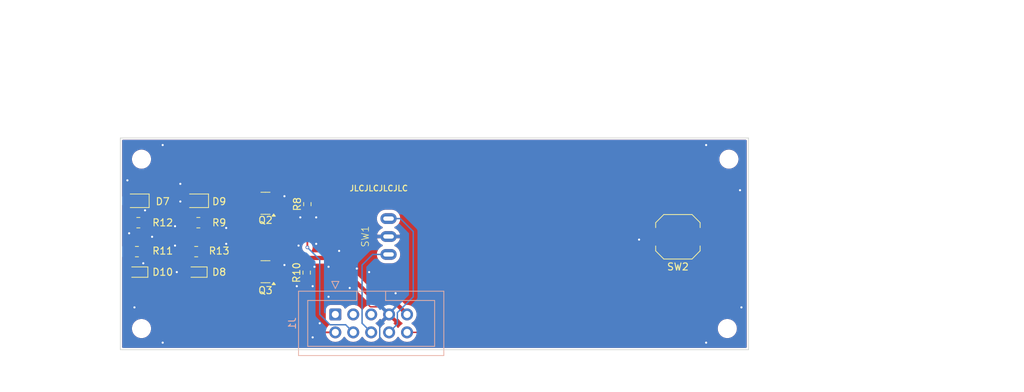
<source format=kicad_pcb>
(kicad_pcb
	(version 20240108)
	(generator "pcbnew")
	(generator_version "8.0")
	(general
		(thickness 1.6)
		(legacy_teardrops no)
	)
	(paper "A4")
	(layers
		(0 "F.Cu" signal)
		(31 "B.Cu" signal)
		(34 "B.Paste" user)
		(35 "F.Paste" user)
		(36 "B.SilkS" user "B.Silkscreen")
		(37 "F.SilkS" user "F.Silkscreen")
		(38 "B.Mask" user)
		(39 "F.Mask" user)
		(44 "Edge.Cuts" user)
		(45 "Margin" user)
		(46 "B.CrtYd" user "B.Courtyard")
		(47 "F.CrtYd" user "F.Courtyard")
		(48 "B.Fab" user)
		(49 "F.Fab" user)
	)
	(setup
		(stackup
			(layer "F.SilkS"
				(type "Top Silk Screen")
				(color "White")
			)
			(layer "F.Paste"
				(type "Top Solder Paste")
			)
			(layer "F.Mask"
				(type "Top Solder Mask")
				(color "Black")
				(thickness 0.01)
			)
			(layer "F.Cu"
				(type "copper")
				(thickness 0.035)
			)
			(layer "dielectric 1"
				(type "core")
				(thickness 1.51)
				(material "FR4")
				(epsilon_r 4.5)
				(loss_tangent 0.02)
			)
			(layer "B.Cu"
				(type "copper")
				(thickness 0.035)
			)
			(layer "B.Mask"
				(type "Bottom Solder Mask")
				(color "Black")
				(thickness 0.01)
			)
			(layer "B.Paste"
				(type "Bottom Solder Paste")
			)
			(layer "B.SilkS"
				(type "Bottom Silk Screen")
				(color "White")
			)
			(copper_finish "None")
			(dielectric_constraints yes)
		)
		(pad_to_mask_clearance 0)
		(allow_soldermask_bridges_in_footprints no)
		(pcbplotparams
			(layerselection 0x00010fc_ffffffff)
			(plot_on_all_layers_selection 0x0000000_00000000)
			(disableapertmacros no)
			(usegerberextensions no)
			(usegerberattributes yes)
			(usegerberadvancedattributes yes)
			(creategerberjobfile yes)
			(dashed_line_dash_ratio 12.000000)
			(dashed_line_gap_ratio 3.000000)
			(svgprecision 4)
			(plotframeref no)
			(viasonmask no)
			(mode 1)
			(useauxorigin no)
			(hpglpennumber 1)
			(hpglpenspeed 20)
			(hpglpendiameter 15.000000)
			(pdf_front_fp_property_popups yes)
			(pdf_back_fp_property_popups yes)
			(dxfpolygonmode yes)
			(dxfimperialunits yes)
			(dxfusepcbnewfont yes)
			(psnegative no)
			(psa4output no)
			(plotreference yes)
			(plotvalue yes)
			(plotfptext yes)
			(plotinvisibletext no)
			(sketchpadsonfab no)
			(subtractmaskfromsilk no)
			(outputformat 1)
			(mirror no)
			(drillshape 0)
			(scaleselection 1)
			(outputdirectory "manufacturing/")
		)
	)
	(net 0 "")
	(net 1 "Net-(D8-A)")
	(net 2 "Net-(D9-A)")
	(net 3 "Net-(D7-K)")
	(net 4 "Net-(D7-A)")
	(net 5 "Net-(D10-A)")
	(net 6 "Net-(D10-K)")
	(net 7 "+3V3")
	(net 8 "/Open")
	(net 9 "unconnected-(J1-Pin_3-Pad3)")
	(net 10 "/Fault")
	(net 11 "unconnected-(J1-Pin_5-Pad5)")
	(net 12 "/Unlock")
	(net 13 "GND")
	(net 14 "/Lock")
	(net 15 "VBUS")
	(net 16 "/Video")
	(footprint "Package_TO_SOT_SMD:SOT-23" (layer "F.Cu") (at 117.5625 122.95 180))
	(footprint "Resistor_SMD:R_0805_2012Metric" (layer "F.Cu") (at 107.75 120.1 180))
	(footprint "MountingHole:MountingHole_2.2mm_M2" (layer "F.Cu") (at 183.225 107))
	(footprint "Resistor_SMD:R_0603_1608Metric" (layer "F.Cu") (at 123.5 113.375 90))
	(footprint "NiasStuff:SW_SPDT_YUEN-FUNG_ST-0-103-A01-T000-RS" (layer "F.Cu") (at 135 117.96 90))
	(footprint "Resistor_SMD:R_0603_1608Metric" (layer "F.Cu") (at 123.4 123.075 90))
	(footprint "Resistor_SMD:R_0805_2012Metric" (layer "F.Cu") (at 99.55 116 180))
	(footprint "MountingHole:MountingHole_2.2mm_M2" (layer "F.Cu") (at 100 107))
	(footprint "LED_SMD:LED_0805_2012Metric" (layer "F.Cu") (at 107.8125 112.9 180))
	(footprint "Resistor_SMD:R_0805_2012Metric" (layer "F.Cu") (at 108.05 116 180))
	(footprint "MountingHole:MountingHole_2.2mm_M2" (layer "F.Cu") (at 183 131))
	(footprint "LED_SMD:LED_0603_1608Metric" (layer "F.Cu") (at 107.8125 123 180))
	(footprint "Package_TO_SOT_SMD:SOT-23" (layer "F.Cu") (at 117.5625 113.25 180))
	(footprint "LED_SMD:LED_0603_1608Metric" (layer "F.Cu") (at 99.4125 123 180))
	(footprint "LED_SMD:LED_0805_2012Metric" (layer "F.Cu") (at 99.4 112.9 180))
	(footprint "Resistor_SMD:R_0805_2012Metric" (layer "F.Cu") (at 99.35 120.1 180))
	(footprint "Button_Switch_SMD:SW_Push_1TS009xxxx-xxxx-xxxx_6x6x5mm" (layer "F.Cu") (at 176 118 180))
	(footprint "MountingHole:MountingHole_2.2mm_M2" (layer "F.Cu") (at 100 131))
	(footprint "Connector_IDC:IDC-Header_2x05_P2.54mm_Vertical" (layer "B.Cu") (at 127.46 129 -90))
	(gr_line
		(start 186 104)
		(end 97 104)
		(stroke
			(width 0.1)
			(type default)
		)
		(layer "Edge.Cuts")
		(uuid "7a9866a1-3228-490b-89f0-29093fdc781f")
	)
	(gr_line
		(start 97 134)
		(end 186 134)
		(stroke
			(width 0.1)
			(type default)
		)
		(layer "Edge.Cuts")
		(uuid "9c54061d-b9db-4889-8a37-0f704138ae69")
	)
	(gr_line
		(start 97 104)
		(end 97 134)
		(stroke
			(width 0.1)
			(type default)
		)
		(layer "Edge.Cuts")
		(uuid "ba37840a-a9e0-4563-8e1c-6a28be96d871")
	)
	(gr_line
		(start 186 134)
		(end 186 104)
		(stroke
			(width 0.1)
			(type default)
		)
		(layer "Edge.Cuts")
		(uuid "bff93b9d-361e-4dc7-ab31-a2b74374b39c")
	)
	(gr_line
		(start 94.5 127.3)
		(end 94.5 118.2)
		(locked yes)
		(stroke
			(width 0.1)
			(type default)
		)
		(layer "F.Fab")
		(uuid "01f473ab-ae33-4893-a05b-0b6e912e51f3")
	)
	(gr_line
		(start 112.8 127.3)
		(end 94.5 127.3)
		(locked yes)
		(stroke
			(width 0.1)
			(type default)
		)
		(layer "F.Fab")
		(uuid "10ec0bed-7d0f-456f-8e05-181ac4def540")
	)
	(gr_line
		(start 112.8 117.6)
		(end 112.8 108.4)
		(locked yes)
		(stroke
			(width 0.1)
			(type default)
		)
		(layer "F.Fab")
		(uuid "11fb41da-818f-490a-b175-aac96680193b")
	)
	(gr_line
		(start 80 84.5)
		(end 80 140)
		(stroke
			(width 0.1)
			(type default)
		)
		(layer "F.Fab")
		(uuid "52e32d62-ae8b-4a27-97cf-81a36c237b9d")
	)
	(gr_line
		(start 112.8 108.4)
		(end 94.5 108.4)
		(locked yes)
		(stroke
			(width 0.1)
			(type default)
		)
		(layer "F.Fab")
		(uuid "6fd1228f-7804-4e32-82eb-e1718a5e9268")
	)
	(gr_line
		(start 94.5 118.2)
		(end 112.8 118.2)
		(locked yes)
		(stroke
			(width 0.1)
			(type default)
		)
		(layer "F.Fab")
		(uuid "7971d004-98b5-4778-8e8b-99aae17d396a")
	)
	(gr_line
		(start 225 84.5)
		(end 80 84.5)
		(stroke
			(width 0.1)
			(type default)
		)
		(layer "F.Fab")
		(uuid "7abcf492-68fd-4a40-a66e-0e895ac81b1f")
	)
	(gr_line
		(start 225 140)
		(end 225 84.5)
		(stroke
			(width 0.1)
			(type default)
		)
		(layer "F.Fab")
		(uuid "8b9c7c6b-a001-40d2-a2af-0c149095ab09")
	)
	(gr_line
		(start 112.8 118.2)
		(end 112.8 127.3)
		(locked yes)
		(stroke
			(width 0.1)
			(type default)
		)
		(layer "F.Fab")
		(uuid "a1cc6437-ecfb-4631-b570-5c77a03e57b4")
	)
	(gr_line
		(start 94.5 117.6)
		(end 112.8 117.6)
		(locked yes)
		(stroke
			(width 0.1)
			(type default)
		)
		(layer "F.Fab")
		(uuid "ddc49f83-9eb3-43fc-8af3-233b0d259f60")
	)
	(gr_line
		(start 80 140)
		(end 225 140)
		(stroke
			(width 0.1)
			(type default)
		)
		(layer "F.Fab")
		(uuid "fc2c2adb-d59b-4217-9e53-8981410a0807")
	)
	(gr_line
		(start 94.5 108.4)
		(end 94.5 117.6)
		(locked yes)
		(stroke
			(width 0.1)
			(type default)
		)
		(layer "F.Fab")
		(uuid "fe59d503-9d30-4109-9085-3c85fbc4820a")
	)
	(gr_text "JLCJLCJLCJLC"
		(at 129.4 111.6 0)
		(layer "F.SilkS")
		(uuid "9bcce69a-692e-4f6a-9803-bed61d3d8d7a")
		(effects
			(font
				(size 0.8 0.8)
				(thickness 0.15)
			)
			(justify left bottom)
		)
	)
	(segment
		(start 107.025 122.025)
		(end 106.8 121.8)
		(width 0.6)
		(layer "F.Cu")
		(net 1)
		(uuid "54d51afb-13fa-4b6e-998c-480e3d309cf6")
	)
	(segment
		(start 107.025 123)
		(end 107.025 122.025)
		(width 0.6)
		(layer "F.Cu")
		(net 1)
		(uuid "ab0fb58e-d4db-41e2-98f4-20f9cdc7b67f")
	)
	(segment
		(start 106.8 121.8)
		(end 106.8 120.1)
		(width 0.6)
		(layer "F.Cu")
		(net 1)
		(uuid "f488ea4f-2d8e-41c7-b418-771956deff9c")
	)
	(segment
		(start 107.1 112.975)
		(end 107.025 112.9)
		(width 0.6)
		(layer "F.Cu")
		(net 2)
		(uuid "8c54c2df-a811-4bda-bed9-a7396058977d")
	)
	(segment
		(start 107.1 114.85)
		(end 106.875 114.625)
		(width 0.6)
		(layer "F.Cu")
		(net 2)
		(uuid "a69c7b4c-4301-4d22-b258-3d7cb950a23f")
	)
	(segment
		(start 107.1 116)
		(end 107.1 114.85)
		(width 0.6)
		(layer "F.Cu")
		(net 2)
		(uuid "d5f878d3-d924-4104-8c1e-20796adba624")
	)
	(segment
		(start 106.875 114.625)
		(end 106.875 112.9)
		(width 0.6)
		(layer "F.Cu")
		(net 2)
		(uuid "f48be27f-16f4-4a7f-a13d-bebb598e6e4b")
	)
	(segment
		(start 111.65 112.9)
		(end 108.6 112.9)
		(width 0.6)
		(layer "F.Cu")
		(net 3)
		(uuid "15d5c3eb-5fc2-4e15-8602-99055dbed3ce")
	)
	(segment
		(start 108.5 111.5)
		(end 108.75 111.75)
		(width 0.6)
		(layer "F.Cu")
		(net 3)
		(uuid "4acf8517-9418-427e-a7a5-a1c88d92d3e3")
	)
	(segment
		(start 100.75 111.5)
		(end 108.5 111.5)
		(width 0.6)
		(layer "F.Cu")
		(net 3)
		(uuid "728dff94-74dd-41cf-a14e-4fd42d39025b")
	)
	(segment
		(start 100.3375 112.9)
		(end 100.3375 111.9125)
		(width 0.6)
		(layer "F.Cu")
		(net 3)
		(uuid "7a4792fd-ce87-4832-ad80-49d270329a36")
	)
	(segment
		(start 112 113.25)
		(end 111.65 112.9)
		(width 0.6)
		(layer "F.Cu")
		(net 3)
		(uuid "7f9212bb-d860-414a-a7a4-d56cf0096bea")
	)
	(segment
		(start 108.75 111.75)
		(end 108.75 112.9)
		(width 0.6)
		(layer "F.Cu")
		(net 3)
		(uuid "c20e5496-418b-42cd-92b5-f4ee2c0701f0")
	)
	(segment
		(start 116.425 113.25)
		(end 112 113.25)
		(width 0.6)
		(layer "F.Cu")
		(net 3)
		(uuid "cd5bf8d0-11d1-490f-9cb3-a5e7b4f82472")
	)
	(segment
		(start 100.3375 111.9125)
		(end 100.75 111.5)
		(width 0.6)
		(layer "F.Cu")
		(net 3)
		(uuid "e783b2fe-8afb-4788-8556-720a1e8f5099")
	)
	(segment
		(start 98.4625 114.7125)
		(end 98.4625 112.9)
		(width 0.6)
		(layer "F.Cu")
		(net 4)
		(uuid "13a5485a-6539-428d-806b-ea13810bd4ec")
	)
	(segment
		(start 98.6 114.85)
		(end 98.4625 114.7125)
		(width 0.6)
		(layer "F.Cu")
		(net 4)
		(uuid "5136c3ca-a7da-452a-bad3-1a013c85a837")
	)
	(segment
		(start 98.6 112.9125)
		(end 98.6125 112.9)
		(width 0.6)
		(layer "F.Cu")
		(net 4)
		(uuid "5b828790-9c81-4af7-86d2-4c3565edf14d")
	)
	(segment
		(start 98.6 116)
		(end 98.6 114.85)
		(width 0.6)
		(layer "F.Cu")
		(net 4)
		(uuid "82e9099b-aa85-4a9b-a08d-7274cba11b16")
	)
	(segment
		(start 98.625 121.875)
		(end 98.4 121.65)
		(width 0.6)
		(layer "F.Cu")
		(net 5)
		(uuid "0652d381-bed5-4808-b811-b6f4670a91a2")
	)
	(segment
		(start 98.625 123)
		(end 98.625 121.875)
		(width 0.6)
		(layer "F.Cu")
		(net 5)
		(uuid "4f733506-bc02-4e48-ba38-3099d2c5f036")
	)
	(segment
		(start 98.4 121.65)
		(end 98.4 120.1)
		(width 0.6)
		(layer "F.Cu")
		(net 5)
		(uuid "96f2de27-a666-42a1-a061-ffc7ae8275d9")
	)
	(segment
		(start 108 124.25)
		(end 100.75 124.25)
		(width 0.6)
		(layer "F.Cu")
		(net 6)
		(uuid "061d4227-841b-4ee8-8028-c3a8fa6b0183")
	)
	(segment
		(start 100.2 123.7)
		(end 100.2 123)
		(width 0.6)
		(layer "F.Cu")
		(net 6)
		(uuid "1a003e4b-51b4-403d-8cc9-7a7187c0d823")
	)
	(segment
		(start 108.6 123.65)
		(end 108 124.25)
		(width 0.6)
		(layer "F.Cu")
		(net 6)
		(uuid "33f82c39-b53c-4204-be2c-78ce56c77386")
	)
	(segment
		(start 116.425 122.95)
		(end 108.65 122.95)
		(width 0.6)
		(layer "F.Cu")
		(net 6)
		(uuid "516de3fa-23b7-4a17-8cdb-23413d5f508e")
	)
	(segment
		(start 108.6 123)
		(end 108.6 123.65)
		(width 0.6)
		(layer "F.Cu")
		(net 6)
		(uuid "669bf05a-e7d4-486c-9350-d977a9f27a87")
	)
	(segment
		(start 100.75 124.25)
		(end 100.2 123.7)
		(width 0.6)
		(layer "F.Cu")
		(net 6)
		(uuid "9029083e-8894-4f27-9ce6-cce6d9b9ba9d")
	)
	(segment
		(start 108.65 122.95)
		(end 108.6 123)
		(width 0.6)
		(layer "F.Cu")
		(net 6)
		(uuid "ca2aee9a-1a9c-4cf5-acd7-6db91228f083")
	)
	(segment
		(start 123.5 119.5)
		(end 123.5 114.2)
		(width 0.25)
		(layer "F.Cu")
		(net 8)
		(uuid "c612ce0d-e727-4bf2-97fb-0fa6680ff89c")
	)
	(segment
		(start 123.5 114.2)
		(end 118.7 114.2)
		(width 0.25)
		(layer "F.Cu")
		(net 8)
		(uuid "f7326d73-d2b3-459f-a2a8-2f4af2601d35")
	)
	(via
		(at 123.5 119.5)
		(size 0.5)
		(drill 0.3)
		(layers "F.Cu" "B.Cu")
		(net 8)
		(uuid "93a93fe9-bce7-4ab1-b206-c3355e633cf6")
	)
	(segment
		(start 126.713 130.463)
		(end 128.923 130.463)
		(width 0.2)
		(layer "B.Cu")
		(net 8)
		(uuid "0ff55158-1945-4e96-9aff-0dd038953d9b")
	)
	(segment
		(start 125.25 121.25)
		(end 125.25 129)
		(width 0.2)
		(layer "B.Cu")
		(net 8)
		(uuid "144f8476-ab73-41c9-aedc-a38656e6bf38")
	)
	(segment
		(start 128.923 130.463)
		(end 130 131.54)
		(width 0.2)
		(layer "B.Cu")
		(net 8)
		(uuid "b5db4c53-fc18-44c8-9655-53d65d0b45e2")
	)
	(segment
		(start 123.5 119.5)
		(end 125.25 121.25)
		(width 0.2)
		(layer "B.Cu")
		(net 8)
		(uuid "c8590dab-4f86-4ed7-b952-6bfcdb4152bb")
	)
	(segment
		(start 125.25 129)
		(end 126.713 130.463)
		(width 0.2)
		(layer "B.Cu")
		(net 8)
		(uuid "e2dd1105-4bb2-4e18-b3cc-318006f9e6ad")
	)
	(segment
		(start 125.04 131.54)
		(end 123.4 129.9)
		(width 0.25)
		(layer "F.Cu")
		(net 10)
		(uuid "3500a81b-e414-4ed4-b3af-bda6a6bba304")
	)
	(segment
		(start 123.4 123.9)
		(end 118.7 123.9)
		(width 0.25)
		(layer "F.Cu")
		(net 10)
		(uuid "3983cbb3-c1e3-481a-a044-42a05c5b2095")
	)
	(segment
		(start 127.46 131.54)
		(end 125.04 131.54)
		(width 0.25)
		(layer "F.Cu")
		(net 10)
		(uuid "6fef34db-09e0-448a-b729-486ab29c0866")
	)
	(segment
		(start 123.4 129.9)
		(end 123.4 123.9)
		(width 0.25)
		(layer "F.Cu")
		(net 10)
		(uuid "76dd7baf-758b-4ddb-aa86-bf6ac86e02ff")
	)
	(segment
		(start 131.25 122)
		(end 131.25 130.25)
		(width 0.2)
		(layer "B.Cu")
		(net 12)
		(uuid "4ec81029-e542-4247-97c1-ae74d78e9b65")
	)
	(segment
		(start 131.25 130.25)
		(end 132.54 131.54)
		(width 0.2)
		(layer "B.Cu")
		(net 12)
		(uuid "703cb4fc-ee5c-4e15-aadd-17ded8237f42")
	)
	(segment
		(start 135 120.5)
		(end 132.75 120.5)
		(width 0.2)
		(layer "B.Cu")
		(net 12)
		(uuid "aadc92cf-4bdf-4b82-aaad-60ce819648e0")
	)
	(segment
		(start 132.75 120.5)
		(end 131.25 122)
		(width 0.2)
		(layer "B.Cu")
		(net 12)
		(uuid "acbcdfb6-5817-42bc-9776-c95ef874ddd9")
	)
	(segment
		(start 134.003 127.923)
		(end 132.423 127.923)
		(width 0.2)
		(layer "F.Cu")
		(net 13)
		(uuid "85fb0d65-c4a5-462e-b69b-79998d5e8508")
	)
	(segment
		(start 135.08 129)
		(end 134.003 127.923)
		(width 0.2)
		(layer "F.Cu")
		(net 13)
		(uuid "c1557758-f467-4d85-b806-245b3bfb7c11")
	)
	(segment
		(start 132.423 127.923)
		(end 132 127.5)
		(width 0.2)
		(layer "F.Cu")
		(net 13)
		(uuid "e7746ef0-b698-40ba-aa99-57808eaed6d8")
	)
	(via
		(at 120.25 122)
		(size 0.5)
		(drill 0.3)
		(layers "F.Cu" "B.Cu")
		(free yes)
		(net 13)
		(uuid "012af38f-eac8-4b06-8b3f-575600d3c6cb")
	)
	(via
		(at 112 119)
		(size 0.5)
		(drill 0.3)
		(layers "F.Cu" "B.Cu")
		(free yes)
		(net 13)
		(uuid "070fc44b-3652-4de9-abc8-d2672ef4f657")
	)
	(via
		(at 100.25 121.75)
		(size 0.5)
		(drill 0.3)
		(layers "F.Cu" "B.Cu")
		(free yes)
		(net 13)
		(uuid "20bb90ca-f86b-4f99-b388-1278fec0b635")
	)
	(via
		(at 103 133)
		(size 0.5)
		(drill 0.3)
		(layers "F.Cu" "B.Cu")
		(free yes)
		(net 13)
		(uuid "32730bd7-64d2-4504-9143-f54932180642")
	)
	(via
		(at 170.5 118.4)
		(size 0.5)
		(drill 0.3)
		(layers "F.Cu" "B.Cu")
		(free yes)
		(net 13)
		(uuid "34983657-e975-4310-9dd6-f10c68b2bcdb")
	)
	(via
		(at 122.5 115.25)
		(size 0.5)
		(drill 0.3)
		(layers "F.Cu" "B.Cu")
		(free yes)
		(net 13)
		(uuid "380e6ad5-a41b-4e35-bd2a-ec9eb293a566")
	)
	(via
		(at 124.25 125)
		(size 0.5)
		(drill 0.3)
		(layers "F.Cu" "B.Cu")
		(free yes)
		(net 13)
		(uuid "3d022262-bde6-4cc0-8543-70ea9869a1cc")
	)
	(via
		(at 180 133)
		(size 0.5)
		(drill 0.3)
		(layers "F.Cu" "B.Cu")
		(free yes)
		(net 13)
		(uuid "3eae38a5-2f8d-4a4d-8453-291319ec09b2")
	)
	(via
		(at 98.25 117.5)
		(size 0.5)
		(drill 0.3)
		(layers "F.Cu" "B.Cu")
		(free yes)
		(net 13)
		(uuid "49147d0e-072b-4ead-b96b-d5cab12160f8")
	)
	(via
		(at 105 123)
		(size 0.5)
		(drill 0.3)
		(layers "F.Cu" "B.Cu")
		(free yes)
		(net 13)
		(uuid "57481e91-8c10-4470-aa6e-ecb3b532c3e4")
	)
	(via
		(at 105.5 110.5)
		(size 0.5)
		(drill 0.3)
		(layers "F.Cu" "B.Cu")
		(free yes)
		(net 13)
		(uuid "5c10749b-b67f-4808-ab11-5077228a3660")
	)
	(via
		(at 122.25 119.25)
		(size 0.5)
		(drill 0.3)
		(layers "F.Cu" "B.Cu")
		(free yes)
		(net 13)
		(uuid "617a52f4-7e83-4dfb-a4a5-733e363a4cd1")
	)
	(via
		(at 103 105)
		(size 0.5)
		(drill 0.3)
		(layers "F.Cu" "B.Cu")
		(free yes)
		(net 13)
		(uuid "673a3999-d5f7-4913-a95e-90f269d60329")
	)
	(via
		(at 180 105)
		(size 0.5)
		(drill 0.3)
		(layers "F.Cu" "B.Cu")
		(free yes)
		(net 13)
		(uuid "68ab4ba5-dd82-4c05-ae01-82647daf30b1")
	)
	(via
		(at 112 116.75)
		(size 0.5)
		(drill 0.3)
		(layers "F.Cu" "B.Cu")
		(free yes)
		(net 13)
		(uuid "6a0afda9-b094-4f9c-bd10-d2a78f7db28b")
	)
	(via
		(at 125.25 130.25)
		(size 0.5)
		(drill 0.3)
		(layers "F.Cu" "B.Cu")
		(free yes)
		(net 13)
		(uuid "7e9d763c-f2fa-4e54-b4c8-fe1efde868e6")
	)
	(via
		(at 132.25 123)
		(size 0.5)
		(drill 0.3)
		(layers "F.Cu" "B.Cu")
		(free yes)
		(net 13)
		(uuid "85956bb6-da12-4459-95fd-ce4dff29bfa8")
	)
	(via
		(at 104.75 116.5)
		(size 0.5)
		(drill 0.3)
		(layers "F.Cu" "B.Cu")
		(free yes)
		(net 13)
		(uuid "95cb5151-bcc8-4960-b9c8-3de79803748c")
	)
	(via
		(at 100.5 114.25)
		(size 0.5)
		(drill 0.3)
		(layers "F.Cu" "B.Cu")
		(free yes)
		(net 13)
		(uuid "9d4e8cec-96b7-4f5e-81e5-1996281b1a63")
	)
	(via
		(at 105.5 113)
		(size 0.5)
		(drill 0.3)
		(layers "F.Cu" "B.Cu")
		(free yes)
		(net 13)
		(uuid "9e0a15ef-bda7-4cb0-9a3e-32d8aa99a85b")
	)
	(via
		(at 101.5 118)
		(size 0.5)
		(drill 0.3)
		(layers "F.Cu" "B.Cu")
		(free yes)
		(net 13)
		(uuid "9ed04203-5979-476f-b1b8-faf8c60432ad")
	)
	(via
		(at 185 128)
		(size 0.5)
		(drill 0.3)
		(layers "F.Cu" "B.Cu")
		(free yes)
		(net 13)
		(uuid "a5c7fa3e-e0d5-411e-99a6-6008f979d389")
	)
	(via
		(at 126.5 126.5)
		(size 0.5)
		(drill 0.3)
		(layers "F.Cu" "B.Cu")
		(free yes)
		(net 13)
		(uuid "aeefd01c-33a5-430e-b2a6-7da72396116d")
	)
	(via
		(at 120.25 112.25)
		(size 0.5)
		(drill 0.3)
		(layers "F.Cu" "B.Cu")
		(free yes)
		(net 13)
		(uuid "af95f3e8-f37e-4ac1-9c81-c3a069f1ae1d")
	)
	(via
		(at 124.5 122.25)
		(size 0.5)
		(drill 0.3)
		(layers "F.Cu" "B.Cu")
		(free yes)
		(net 13)
		(uuid "b266b905-f401-4642-bf54-210e86691067")
	)
	(via
		(at 136 126)
		(size 0.5)
		(drill 0.3)
		(layers "F.Cu" "B.Cu")
		(free yes)
		(net 13)
		(uuid "b38e6655-118d-4b51-84c7-69cea1c6c7af")
	)
	(via
		(at 129.5 125.25)
		(size 0.5)
		(drill 0.3)
		(layers "F.Cu" "B.Cu")
		(free yes)
		(net 13)
		(uuid "b4947fe0-11be-473a-b7f7-e2fb7ce0886b")
	)
	(via
		(at 104.75 119.25)
		(size 0.5)
		(drill 0.3)
		(layers "F.Cu" "B.Cu")
		(free yes)
		(net 13)
		(uuid "b838bf38-7058-49cc-bfcb-aa3bd3653c4c")
	)
	(via
		(at 126.5 122.25)
		(size 0.5)
		(drill 0.3)
		(layers "F.Cu" "B.Cu")
		(free yes)
		(net 13)
		(uuid "bc55c013-0ba4-4a0f-a677-e4b047e79ec3")
	)
	(via
		(at 124.25 132.25)
		(size 0.5)
		(drill 0.3)
		(layers "F.Cu" "B.Cu")
		(free yes)
		(net 13)
		(uuid "d02fab80-7c08-4f2e-9930-90560ec95847")
	)
	(via
		(at 99 128)
		(size 0.5)
		(drill 0.3)
		(layers "F.Cu" "B.Cu")
		(free yes)
		(net 13)
		(uuid "d32fe9bc-5392-4d00-a956-1f476c53a50d")
	)
	(via
		(at 128 120)
		(size 0.5)
		(drill 0.3)
		(layers "F.Cu" "B.Cu")
		(free yes)
		(net 13)
		(uuid "d86fa749-9f1f-4751-9b92-3cab713aa920")
	)
	(via
		(at 124.75 119)
		(size 0.5)
		(drill 0.3)
		(layers "F.Cu" "B.Cu")
		(free yes)
		(net 13)
		(uuid "dd12c5fa-7946-473a-99e7-0a178c2baf4d")
	)
	(via
		(at 122 125)
		(size 0.5)
		(drill 0.3)
		(layers "F.Cu" "B.Cu")
		(free yes)
		(net 13)
		(uuid "e6a6e89b-93d2-4bfc-8c7e-c251ad706a30")
	)
	(via
		(at 98 110)
		(size 0.5)
		(drill 0.3)
		(layers "F.Cu" "B.Cu")
		(free yes)
		(net 13)
		(uuid "e9fb1a45-5d36-418f-b593-af5702f466a7")
	)
	(via
		(at 124.75 115.25)
		(size 0.5)
		(drill 0.3)
		(layers "F.Cu" "B.Cu")
		(free yes)
		(net 13)
		(uuid "ee5ca7ae-7440-4928-bf24-c235c18dc531")
	)
	(via
		(at 130.5 122.5)
		(size 0.5)
		(drill 0.3)
		(layers "F.Cu" "B.Cu")
		(free yes)
		(net 13)
		(uuid "ef975703-a337-4a73-ad66-f9d36da5fb1f")
	)
	(via
		(at 184.8 111.4)
		(size 0.5)
		(drill 0.3)
		(layers "F.Cu" "B.Cu")
		(free yes)
		(net 13)
		(uuid "fa4676c1-2115-4800-b7a0-9e6b70b37b46")
	)
	(segment
		(start 133.75 130.33)
		(end 133.75 133)
		(width 0.2)
		(layer "B.Cu")
		(net 13)
		(uuid "2a36f616-b2a6-4390-bf61-319af9ccfb4b")
	)
	(segment
		(start 135.08 129)
		(end 133.75 130.33)
		(width 0.2)
		(layer "B.Cu")
		(net 13)
		(uuid "307d47b1-d007-498b-97ae-ee0c7861e3e2")
	)
	(segment
		(start 138.5 117.25)
		(end 138.5 126.5)
		(width 0.2)
		(layer "B.Cu")
		(net 14)
		(uuid "0cf9991b-12e2-4482-a22b-dec13cc8f8b1")
	)
	(segment
		(start 136.67 115.42)
		(end 138.5 117.25)
		(width 0.2)
		(layer "B.Cu")
		(net 14)
		(uuid "14a23752-3ee4-4378-9eeb-d808863e3ccf")
	)
	(segment
		(start 138.5 126.5)
		(end 136.25 128.75)
		(width 0.2)
		(layer "B.Cu")
		(net 14)
		(uuid "4194295c-64c0-4d9b-828f-cfb24f5b3abb")
	)
	(segment
		(start 136.25 130.37)
		(end 135.08 131.54)
		(width 0.2)
		(layer "B.Cu")
		(net 14)
		(uuid "53128306-76d1-4e87-b7f7-c1fc6a74365b")
	)
	(segment
		(start 136.25 128.75)
		(end 136.25 130.37)
		(width 0.2)
		(layer "B.Cu")
		(net 14)
		(uuid "7a5e8bc6-d70d-42ed-88f7-909f841fbfbf")
	)
	(segment
		(start 135 115.42)
		(end 136.67 115.42)
		(width 0.2)
		(layer "B.Cu")
		(net 14)
		(uuid "ec639433-fc26-4eff-82fe-1522d02b5f77")
	)
	(segment
		(start 103.25 117.75)
		(end 103.25 117)
		(width 0.6)
		(layer "F.Cu")
		(net 15)
		(uuid "258be5ce-d72f-44a8-94e3-8b2b4246ee5d")
	)
	(segment
		(start 119 117.75)
		(end 122.25 121)
		(width 0.6)
		(layer "F.Cu")
		(net 15)
		(uuid "329b0235-aae8-4558-816c-2b09a1e18209")
	)
	(segment
		(start 103.25 117)
		(end 102.25 116)
		(width 0.6)
		(layer "F.Cu")
		(net 15)
		(uuid "36c00e3a-0186-4d37-9f45-a081d4b4e156")
	)
	(segment
		(start 100.3 120.1)
		(end 101.9 120.1)
		(width 0.6)
		(layer "F.Cu")
		(net 15)
		(uuid "37a05b1f-e011-4015-a09c-cb228b570464")
	)
	(segment
		(start 127 121)
		(end 133.25 127.25)
		(width 0.6)
		(layer "F.Cu")
		(net 15)
		(uuid "4abc7aa6-e01a-4aa6-8fd5-c1b324a1bec3")
	)
	(segment
		(start 133.25 127.25)
		(end 135.87 127.25)
		(width 0.6)
		(layer "F.Cu")
		(net 15)
		(uuid "737ee060-2140-4af1-835e-117ac752c3d2")
	)
	(segment
		(start 122.25 121)
		(end 127 121)
		(width 0.6)
		(layer "F.Cu")
		(net 15)
		(uuid "78165d2a-b25f-432d-910b-4c08fd3fe206")
	)
	(segment
		(start 108.75 117.75)
		(end 109 117.75)
		(width 0.6)
		(layer "F.Cu")
		(net 15)
		(uuid "799ac55a-9edf-4051-8091-3ca616b82a6a")
	)
	(segment
		(start 109 117.75)
		(end 119 117.75)
		(width 0.6)
		(layer "F.Cu")
		(net 15)
		(uuid "83fb400a-9dcc-49b7-bb81-3d08ff8850f6")
	)
	(segment
		(start 103.25 118.75)
		(end 103.25 117.75)
		(width 0.6)
		(layer "F.Cu")
		(net 15)
		(uuid "9329afa2-9d79-4cdb-ac70-184e0283df71")
	)
	(segment
		(start 108.7 120.1)
		(end 108.7 117.8)
		(width 0.6)
		(layer "F.Cu")
		(net 15)
		(uuid "97d3ef82-5983-4f3f-80dd-c8a35e580310")
	)
	(segment
		(start 135.87 127.25)
		(end 137.62 129)
		(width 0.6)
		(layer "F.Cu")
		(net 15)
		(uuid "af0b6f74-347d-44e2-b8df-d49674771d96")
	)
	(segment
		(start 102.25 116)
		(end 100.5 116)
		(width 0.6)
		(layer "F.Cu")
		(net 15)
		(uuid "c788be2c-dc0f-4654-b5e8-40fa18b45977")
	)
	(segment
		(start 108.7 117.8)
		(end 108.75 117.75)
		(width 0.6)
		(layer "F.Cu")
		(net 15)
		(uuid "c7b8bf5c-3bdf-49f9-a689-db1be8cff23a")
	)
	(segment
		(start 109 116)
		(end 109 117.75)
		(width 0.6)
		(layer "F.Cu")
		(net 15)
		(uuid "ca24411f-a750-4b0d-b163-d71bd2ea823c")
	)
	(segment
		(start 101.9 120.1)
		(end 103.25 118.75)
		(width 0.6)
		(layer "F.Cu")
		(net 15)
		(uuid "e6d02548-ce33-4f2b-bf7e-0b939768334b")
	)
	(segment
		(start 103.25 117.75)
		(end 108.75 117.75)
		(width 0.6)
		(layer "F.Cu")
		(net 15)
		(uuid "f60fc926-11a5-459d-9b4b-adabd38bdbca")
	)
	(segment
		(start 179 118)
		(end 179 121)
		(width 0.25)
		(layer "F.Cu")
		(net 16)
		(uuid "16daf2ba-4b90-4de4-b923-1541657f27e3")
	)
	(segment
		(start 168.46 131.54)
		(end 160.96 131.54)
		(width 0.25)
		(layer "F.Cu")
		(net 16)
		(uuid "6613a614-49f4-4b10-96ce-39ffc14ad980")
	)
	(segment
		(start 179 121)
		(end 168.46 131.54)
		(width 0.25)
		(layer "F.Cu")
		(net 16)
		(uuid "69c30be4-3d04-4a86-b4b7-fcf2d643abf8")
	)
	(segment
		(start 160.96 131.54)
		(end 137.62 131.54)
		(width 0.2)
		(layer "F.Cu")
		(net 16)
		(uuid "eec5f27b-a0a9-48d0-983d-efd90c88d5d0")
	)
	(zone
		(net 13)
		(net_name "GND")
		(layers "F&B.Cu")
		(uuid "6237236d-5378-4c5f-987a-0f343825845f")
		(hatch edge 0.5)
		(connect_pads
			(clearance 0.5)
		)
		(min_thickness 0.25)
		(filled_areas_thickness no)
		(fill yes
			(thermal_gap 0.5)
			(thermal_bridge_width 0.5)
		)
		(polygon
			(pts
				(xy 97 134) (xy 186 134) (xy 186 104) (xy 97 104)
			)
		)
		(filled_polygon
			(layer "F.Cu")
			(pts
				(xy 185.688539 104.274185) (xy 185.734294 104.326989) (xy 185.7455 104.3785) (xy 185.7455 133.6215)
				(xy 185.725815 133.688539) (xy 185.673011 133.734294) (xy 185.6215 133.7455) (xy 97.3785 133.7455)
				(xy 97.311461 133.725815) (xy 97.265706 133.673011) (xy 97.2545 133.6215) (xy 97.2545 130.893399)
				(xy 98.6455 130.893399) (xy 98.6455 131.1066) (xy 98.678853 131.31718) (xy 98.678853 131.317183)
				(xy 98.744734 131.519944) (xy 98.744736 131.519947) (xy 98.841528 131.709913) (xy 98.966846 131.882397)
				(xy 99.117603 132.033154) (xy 99.290087 132.158472) (xy 99.480053 132.255264) (xy 99.480055 132.255265)
				(xy 99.669182 132.316715) (xy 99.682821 132.321147) (xy 99.893399 132.3545) (xy 99.8934 132.3545)
				(xy 100.1066 132.3545) (xy 100.106601 132.3545) (xy 100.317179 132.321147) (xy 100.317182 132.321146)
				(xy 100.317183 132.321146) (xy 100.519944 132.255265) (xy 100.519944 132.255264) (xy 100.519947 132.255264)
				(xy 100.709913 132.158472) (xy 100.882397 132.033154) (xy 101.033154 131.882397) (xy 101.158472 131.709913)
				(xy 101.255264 131.519947) (xy 101.321147 131.317179) (xy 101.3545 131.106601) (xy 101.3545 130.893399)
				(xy 101.321147 130.682821) (xy 101.321146 130.682817) (xy 101.321146 130.682816) (xy 101.255265 130.480055)
				(xy 101.255263 130.480052) (xy 101.235968 130.442182) (xy 101.158472 130.290087) (xy 101.033154 130.117603)
				(xy 100.882397 129.966846) (xy 100.709913 129.841528) (xy 100.519947 129.744736) (xy 100.519944 129.744734)
				(xy 100.317181 129.678853) (xy 100.176793 129.656617) (xy 100.106601 129.6455) (xy 99.893399 129.6455)
				(xy 99.823206 129.656617) (xy 99.682819 129.678853) (xy 99.682816 129.678853) (xy 99.480055 129.744734)
				(xy 99.480052 129.744736) (xy 99.290086 129.841528) (xy 99.117601 129.966847) (xy 98.966847 130.117601)
				(xy 98.841528 130.290086) (xy 98.744736 130.480052) (xy 98.744734 130.480055) (xy 98.678853 130.682816)
				(xy 98.678853 130.682819) (xy 98.6455 130.893399) (xy 97.2545 130.893399) (xy 97.2545 120.923231)
				(xy 97.274185 120.856192) (xy 97.326989 120.810437) (xy 97.396147 120.800493) (xy 97.459703 120.829518)
				(xy 97.485521 120.863725) (xy 97.486395 120.863187) (xy 97.490185 120.869331) (xy 97.490186 120.869334)
				(xy 97.581039 121.016631) (xy 97.5995 121.081727) (xy 97.5995 121.728846) (xy 97.630261 121.883489)
				(xy 97.630264 121.883501) (xy 97.690602 122.029172) (xy 97.690609 122.029185) (xy 97.77821 122.160288)
				(xy 97.778212 122.160291) (xy 97.788178 122.170256) (xy 97.821665 122.231578) (xy 97.8245 122.25794)
				(xy 97.8245 122.281683) (xy 97.806039 122.346779) (xy 97.749954 122.437706) (xy 97.749951 122.437713)
				(xy 97.697064 122.597315) (xy 97.697064 122.597316) (xy 97.697063 122.597316) (xy 97.687 122.695818)
				(xy 97.687 123.304181) (xy 97.697063 123.402683) (xy 97.74995 123.562284) (xy 97.749955 123.562295)
				(xy 97.838216 123.705387) (xy 97.838219 123.705391) (xy 97.957108 123.82428) (xy 97.957112 123.824283)
				(xy 98.100204 123.912544) (xy 98.100207 123.912545) (xy 98.100213 123.912549) (xy 98.259815 123.965436)
				(xy 98.358326 123.9755) (xy 98.358331 123.9755) (xy 98.891669 123.9755) (xy 98.891674 123.9755)
				(xy 98.990185 123.965436) (xy 99.149787 123.912549) (xy 99.244005 123.854434) (xy 99.311394 123.835994)
				(xy 99.378058 123.856916) (xy 99.422828 123.910557) (xy 99.428205 123.927752) (xy 99.428494 123.927665)
				(xy 99.430264 123.933501) (xy 99.490602 124.079172) (xy 99.490609 124.079185) (xy 99.57821 124.210288)
				(xy 99.578213 124.210292) (xy 100.128211 124.760289) (xy 100.239711 124.871789) (xy 100.370821 124.959394)
				(xy 100.473833 125.002062) (xy 100.516502 125.019737) (xy 100.671152 125.050499) (xy 100.671155 125.0505)
				(xy 100.671157 125.0505) (xy 108.078844 125.0505) (xy 108.078845 125.050499) (xy 108.233497 125.019737)
				(xy 108.379179 124.959394) (xy 108.510289 124.871789) (xy 109.221789 124.160289) (xy 109.251586 124.115694)
				(xy 109.309394 124.029179) (xy 109.369737 123.883497) (xy 109.371527 123.8745) (xy 109.376339 123.850309)
				(xy 109.408724 123.788398) (xy 109.469439 123.753824) (xy 109.497956 123.7505) (xy 115.971806 123.7505)
				(xy 117.138 123.7505) (xy 117.205039 123.770185) (xy 117.250794 123.822989) (xy 117.262 123.8745)
				(xy 117.262 124.115694) (xy 117.262634 124.123762) (xy 117.264901 124.152567) (xy 117.264902 124.152573)
				(xy 117.310754 124.310393) (xy 117.310755 124.310396) (xy 117.394417 124.451862) (xy 117.394423 124.45187)
				(xy 117.510629 124.568076) (xy 117.510633 124.568079) (xy 117.510635 124.568081) (xy 117.652102 124.651744)
				(xy 117.664934 124.655472) (xy 117.809926 124.697597) (xy 117.809929 124.697597) (xy 117.809931 124.697598)
				(xy 117.846806 124.7005) (xy 117.846814 124.7005) (xy 119.153186 124.7005) (xy 119.153194 124.7005)
				(xy 119.190069 124.697598) (xy 119.190071 124.697597) (xy 119.190073 124.697597) (xy 119.231691 124.685505)
				(xy 119.347898 124.651744) (xy 119.489365 124.568081) (xy 119.48937 124.568076) (xy 119.495628 124.561819)
				(xy 119.556951 124.528334) (xy 119.583309 124.5255) (xy 122.50848 124.5255) (xy 122.575519 124.545185)
				(xy 122.596161 124.561819) (xy 122.689811 124.655469) (xy 122.689813 124.65547) (xy 122.689815 124.655472)
				(xy 122.71465 124.670485) (xy 122.761837 124.72201) (xy 122.7745 124.776601) (xy 122.7745 129.961611)
				(xy 122.798535 130.082444) (xy 122.79854 130.082461) (xy 122.845685 130.196281) (xy 122.845687 130.196285)
				(xy 122.851469 130.204937) (xy 122.851472 130.204942) (xy 122.914141 130.298732) (xy 122.914144 130.298736)
				(xy 123.005586 130.390178) (xy 123.005608 130.390198) (xy 124.551016 131.935606) (xy 124.551045 131.935637)
				(xy 124.641263 132.025855) (xy 124.641267 132.025858) (xy 124.743707 132.094307) (xy 124.743711 132.094309)
				(xy 124.743714 132.094311) (xy 124.857548 132.141463) (xy 124.917971 132.153481) (xy 124.978393 132.1655)
				(xy 124.978394 132.1655) (xy 126.184773 132.1655) (xy 126.251812 132.185185) (xy 126.286348 132.218377)
				(xy 126.4215 132.411395) (xy 126.421505 132.411401) (xy 126.588599 132.578495) (xy 126.685384 132.646265)
				(xy 126.782165 132.714032) (xy 126.782167 132.714033) (xy 126.78217 132.714035) (xy 126.996337 132.813903)
				(xy 127.224592 132.875063) (xy 127.412918 132.891539) (xy 127.459999 132.895659) (xy 127.46 132.895659)
				(xy 127.460001 132.895659) (xy 127.499234 132.892226) (xy 127.695408 132.875063) (xy 127.923663 132.813903)
				(xy 128.13783 132.714035) (xy 128.331401 132.578495) (xy 128.498495 132.411401) (xy 128.628425 132.225842)
				(xy 128.683002 132.182217) (xy 128.7525 132.175023) (xy 128.814855 132.206546) (xy 128.831575 132.225842)
				(xy 128.9615 132.411395) (xy 128.961505 132.411401) (xy 129.128599 132.578495) (xy 129.225384 132.646265)
				(xy 129.322165 132.714032) (xy 129.322167 132.714033) (xy 129.32217 132.714035) (xy 129.536337 132.813903)
				(xy 129.764592 132.875063) (xy 129.952918 132.891539) (xy 129.999999 132.895659) (xy 130 132.895659)
				(xy 130.000001 132.895659) (xy 130.039234 132.892226) (xy 130.235408 132.875063) (xy 130.463663 132.813903)
				(xy 130.67783 132.714035) (xy 130.871401 132.578495) (xy 131.038495 132.411401) (xy 131.168425 132.225842)
				(xy 131.223002 132.182217) (xy 131.2925 132.175023) (xy 131.354855 132.206546) (xy 131.371575 132.225842)
				(xy 131.5015 132.411395) (xy 131.501505 132.411401) (xy 131.668599 132.578495) (xy 131.765384 132.646265)
				(xy 131.862165 132.714032) (xy 131.862167 132.714033) (xy 131.86217 132.714035) (xy 132.076337 132.813903)
				(xy 132.304592 132.875063) (xy 132.492918 132.891539) (xy 132.539999 132.895659) (xy 132.54 132.895659)
				(xy 132.540001 132.895659) (xy 132.579234 132.892226) (xy 132.775408 132.875063) (xy 133.003663 132.813903)
				(xy 133.21783 132.714035) (xy 133.411401 132.578495) (xy 133.578495 132.411401) (xy 133.708425 132.225842)
				(xy 133.763002 132.182217) (xy 133.8325 132.175023) (xy 133.894855 132.206546) (xy 133.911575 132.225842)
				(xy 134.0415 132.411395) (xy 134.041505 132.411401) (xy 134.208599 132.578495) (xy 134.305384 132.646265)
				(xy 134.402165 132.714032) (xy 134.402167 132.714033) (xy 134.40217 132.714035) (xy 134.616337 132.813903)
				(xy 134.844592 132.875063) (xy 135.032918 132.891539) (xy 135.079999 132.895659) (xy 135.08 132.895659)
				(xy 135.080001 132.895659) (xy 135.119234 132.892226) (xy 135.315408 132.875063) (xy 135.543663 132.813903)
				(xy 135.75783 132.714035) (xy 135.951401 132.578495) (xy 136.118495 132.411401) (xy 136.248425 132.225842)
				(xy 136.303002 132.182217) (xy 136.3725 132.175023) (xy 136.434855 132.206546) (xy 136.451575 132.225842)
				(xy 136.5815 132.411395) (xy 136.581505 132.411401) (xy 136.748599 132.578495) (xy 136.845384 132.646265)
				(xy 136.942165 132.714032) (xy 136.942167 132.714033) (xy 136.94217 132.714035) (xy 137.156337 132.813903)
				(xy 137.384592 132.875063) (xy 137.572918 132.891539) (xy 137.619999 132.895659) (xy 137.62 132.895659)
				(xy 137.620001 132.895659) (xy 137.659234 132.892226) (xy 137.855408 132.875063) (xy 138.083663 132.813903)
				(xy 138.29783 132.714035) (xy 138.491401 132.578495) (xy 138.658495 132.411401) (xy 138.794035 132.21783)
				(xy 138.796707 132.212097) (xy 138.842878 132.159658) (xy 138.909091 132.1405) (xy 160.760495 132.1405)
				(xy 160.784686 132.142883) (xy 160.898389 132.165499) (xy 160.898393 132.1655) (xy 160.898394 132.1655)
				(xy 168.521607 132.1655) (xy 168.582029 132.153481) (xy 168.642452 132.141463) (xy 168.642455 132.141461)
				(xy 168.642458 132.141461) (xy 168.675787 132.127654) (xy 168.675786 132.127654) (xy 168.675792 132.127652)
				(xy 168.756286 132.094312) (xy 168.807509 132.060084) (xy 168.858733 132.025858) (xy 168.945858 131.938733)
				(xy 168.945859 131.938731) (xy 168.952925 131.931665) (xy 168.952928 131.931661) (xy 169.99119 130.893399)
				(xy 181.6455 130.893399) (xy 181.6455 131.1066) (xy 181.678853 131.31718) (xy 181.678853 131.317183)
				(xy 181.744734 131.519944) (xy 181.744736 131.519947) (xy 181.841528 131.709913) (xy 181.966846 131.882397)
				(xy 182.117603 132.033154) (xy 182.290087 132.158472) (xy 182.480053 132.255264) (xy 182.480055 132.255265)
				(xy 182.669182 132.316715) (xy 182.682821 132.321147) (xy 182.893399 132.3545) (xy 182.8934 132.3545)
				(xy 183.1066 132.3545) (xy 183.106601 132.3545) (xy 183.317179 132.321147) (xy 183.317182 132.321146)
				(xy 183.317183 132.321146) (xy 183.519944 132.255265) (xy 183.519944 132.255264) (xy 183.519947 132.255264)
				(xy 183.709913 132.158472) (xy 183.882397 132.033154) (xy 184.033154 131.882397) (xy 184.158472 131.709913)
				(xy 184.255264 131.519947) (xy 184.321147 131.317179) (xy 184.3545 131.106601) (xy 184.3545 130.893399)
				(xy 184.321147 130.682821) (xy 184.321146 130.682817) (xy 184.321146 130.682816) (xy 184.255265 130.480055)
				(xy 184.255263 130.480052) (xy 184.235968 130.442182) (xy 184.158472 130.290087) (xy 184.033154 130.117603)
				(xy 183.882397 129.966846) (xy 183.709913 129.841528) (xy 183.519947 129.744736) (xy 183.519944 129.744734)
				(xy 183.317181 129.678853) (xy 183.176793 129.656617) (xy 183.106601 129.6455) (xy 182.893399 129.6455)
				(xy 182.823206 129.656617) (xy 182.682819 129.678853) (xy 182.682816 129.678853) (xy 182.480055 129.744734)
				(xy 182.480052 129.744736) (xy 182.290086 129.841528) (xy 182.117601 129.966847) (xy 181.966847 130.117601)
				(xy 181.841528 130.290086) (xy 181.744736 130.480052) (xy 181.744734 130.480055) (xy 181.678853 130.682816)
				(xy 181.678853 130.682819) (xy 181.6455 130.893399) (xy 169.99119 130.893399) (xy 179.398729 121.48586)
				(xy 179.398733 121.485858) (xy 179.485858 121.398733) (xy 179.541402 121.315606) (xy 179.554312 121.296285)
				(xy 179.601463 121.182451) (xy 179.602307 121.178211) (xy 179.6255 121.061606) (xy 179.6255 119.598236)
				(xy 179.645185 119.531197) (xy 179.697989 119.485442) (xy 179.715375 119.479025) (xy 179.873049 119.433909)
				(xy 180.053407 119.339698) (xy 180.211109 119.211109) (xy 180.339698 119.053407) (xy 180.433909 118.873049)
				(xy 180.489886 118.677418) (xy 180.5005 118.558037) (xy 180.500499 117.441964) (xy 180.489886 117.322582)
				(xy 180.445012 117.165756) (xy 180.43391 117.126954) (xy 180.433909 117.126953) (xy 180.433909 117.126951)
				(xy 180.339698 116.946593) (xy 180.260685 116.849691) (xy 180.211109 116.78889) (xy 180.053409 116.660304)
				(xy 180.05341 116.660304) (xy 180.053407 116.660302) (xy 179.873049 116.566091) (xy 179.873048 116.56609)
				(xy 179.873045 116.566089) (xy 179.755829 116.53255) (xy 179.677418 116.510114) (xy 179.677415 116.510113)
				(xy 179.677413 116.510113) (xy 179.611102 116.504217) (xy 179.558037 116.4995) (xy 179.558032 116.4995)
				(xy 178.441971 116.4995) (xy 178.441965 116.4995) (xy 178.441964 116.499501) (xy 178.430316 116.500536)
				(xy 178.322584 116.510113) (xy 178.126954 116.566089) (xy 178.056683 116.602796) (xy 177.946593 116.660302)
				(xy 177.946591 116.660303) (xy 177.94659 116.660304) (xy 177.78889 116.78889) (xy 177.660304 116.94659)
				(xy 177.660302 116.946593) (xy 177.633761 116.997403) (xy 177.566089 117.126954) (xy 177.510114 117.322583)
				(xy 177.510113 117.322586) (xy 177.4995 117.441966) (xy 177.4995 118.558028) (xy 177.499501 118.558034)
				(xy 177.510113 118.677415) (xy 177.566089 118.873045) (xy 177.56609 118.873048) (xy 177.566091 118.873049)
				(xy 177.660302 119.053407) (xy 177.685939 119.084848) (xy 177.78889 119.211109) (xy 177.852752 119.263181)
				(xy 177.946593 119.339698) (xy 178.126951 119.433909) (xy 178.284614 119.479022) (xy 178.343649 119.516387)
				(xy 178.373113 119.57974) (xy 178.3745 119.598236) (xy 178.3745 120.689548) (xy 178.354815 120.756587)
				(xy 178.338181 120.777229) (xy 168.237229 130.878181) (xy 168.175906 130.911666) (xy 168.149548 130.9145)
				(xy 160.898389 130.9145) (xy 160.784686 130.937117) (xy 160.760495 130.9395) (xy 138.909091 130.9395)
				(xy 138.842052 130.919815) (xy 138.796711 130.867909) (xy 138.794037 130.862175) (xy 138.794034 130.86217)
				(xy 138.658494 130.668597) (xy 138.491402 130.501506) (xy 138.491396 130.501501) (xy 138.305842 130.371575)
				(xy 138.262217 130.316998) (xy 138.255023 130.2475) (xy 138.286546 130.185145) (xy 138.305842 130.168425)
				(xy 138.448325 130.068657) (xy 138.491401 130.038495) (xy 138.658495 129.871401) (xy 138.794035 129.67783)
				(xy 138.893903 129.463663) (xy 138.955063 129.235408) (xy 138.975659 129) (xy 138.955063 128.764592)
				(xy 138.893903 128.536337) (xy 138.794035 128.322171) (xy 138.788425 128.314158) (xy 138.658494 128.128597)
				(xy 138.491402 127.961506) (xy 138.491395 127.961501) (xy 138.297834 127.825967) (xy 138.29783 127.825965)
				(xy 138.257777 127.807288) (xy 138.083663 127.726097) (xy 138.083659 127.726096) (xy 138.083655 127.726094)
				(xy 137.855413 127.664938) (xy 137.855403 127.664936) (xy 137.620001 127.644341) (xy 137.619998 127.644341)
				(xy 137.472007 127.657288) (xy 137.403507 127.643521) (xy 137.373519 127.621441) (xy 136.380292 126.628213)
				(xy 136.380288 126.62821) (xy 136.249185 126.540609) (xy 136.249172 126.540602) (xy 136.103501 126.480264)
				(xy 136.103489 126.480261) (xy 135.948845 126.4495) (xy 135.948842 126.4495) (xy 133.63294 126.4495)
				(xy 133.565901 126.429815) (xy 133.545259 126.413181) (xy 127.510292 120.378213) (xy 127.510288 120.37821)
				(xy 127.379185 120.290609) (xy 127.379172 120.290602) (xy 127.233501 120.230264) (xy 127.233489 120.230261)
				(xy 127.078845 120.1995) (xy 127.078842 120.1995) (xy 124.161229 120.1995) (xy 124.09419 120.179815)
				(xy 124.048435 120.127011) (xy 124.038491 120.057853) (xy 124.067516 119.994297) (xy 124.073548 119.987819)
				(xy 124.090477 119.97089) (xy 124.090481 119.970884) (xy 124.180452 119.827697) (xy 124.180454 119.827694)
				(xy 124.180454 119.827692) (xy 124.180456 119.82769) (xy 124.236313 119.668059) (xy 124.236313 119.668058)
				(xy 124.236314 119.668056) (xy 124.255249 119.5) (xy 124.255249 119.499997) (xy 124.236314 119.331943)
				(xy 124.216117 119.274223) (xy 124.180456 119.17231) (xy 124.151013 119.125451) (xy 124.144506 119.115095)
				(xy 124.1255 119.049123) (xy 124.1255 115.320639) (xy 133.3495 115.320639) (xy 133.3495 115.51936)
				(xy 133.380587 115.715637) (xy 133.441993 115.904629) (xy 133.441994 115.904632) (xy 133.532213 116.081694)
				(xy 133.649019 116.242464) (xy 133.789536 116.382981) (xy 133.950306 116.499787) (xy 134.107332 116.579796)
				(xy 134.158127 116.627769) (xy 134.174922 116.69559) (xy 134.152385 116.761725) (xy 134.107332 116.800764)
				(xy 133.950569 116.880639) (xy 133.78986 116.997403) (xy 133.789859 116.997403) (xy 133.649403 117.137859)
				(xy 133.649403 117.13786) (xy 133.532641 117.298567) (xy 133.442456 117.475564) (xy 133.381074 117.664482)
				(xy 133.373865 117.709999) (xy 133.373865 117.71) (xy 134.383012 117.71) (xy 134.365795 117.71994)
				(xy 134.30994 117.775795) (xy 134.270444 117.844204) (xy 134.25 117.920504) (xy 134.25 117.999496)
				(xy 134.270444 118.075796) (xy 134.30994 118.144205) (xy 134.365795 118.20006) (xy 134.383012 118.21)
				(xy 133.373865 118.21) (xy 133.381074 118.255517) (xy 133.442456 118.444435) (xy 133.532641 118.621432)
				(xy 133.649403 118.782139) (xy 133.649403 118.78214) (xy 133.789859 118.922596) (xy 133.950567 119.039358)
				(xy 134.107331 119.119234) (xy 134.158127 119.167209) (xy 134.174922 119.23503) (xy 134.152384 119.301165)
				(xy 134.107331 119.340204) (xy 133.950305 119.420213) (xy 133.789533 119.537021) (xy 133.649021 119.677533)
				(xy 133.532213 119.838305) (xy 133.441994 120.015367) (xy 133.441993 120.01537) (xy 133.380587 120.204362)
				(xy 133.366927 120.290609) (xy 133.3495 120.400639) (xy 133.3495 120.599361) (xy 133.349603 120.600009)
				(xy 133.380587 120.795637) (xy 133.441993 120.984629) (xy 133.441994 120.984632) (xy 133.52254 121.14271)
				(xy 133.532213 121.161694) (xy 133.649019 121.322464) (xy 133.789536 121.462981) (xy 133.950306 121.579787)
				(xy 134.032739 121.621789) (xy 134.127367 121.670005) (xy 134.12737 121.670006) (xy 134.221866 121.700709)
				(xy 134.316364 121.731413) (xy 134.512639 121.7625) (xy 134.51264 121.7625) (xy 135.48736 121.7625)
				(xy 135.487361 121.7625) (xy 135.683636 121.731413) (xy 135.872632 121.670005) (xy 136.049694 121.579787)
				(xy 136.210464 121.462981) (xy 136.350981 121.322464) (xy 136.467787 121.161694) (xy 136.558005 120.984632)
				(xy 136.619413 120.795636) (xy 136.6505 120.599361) (xy 136.6505 120.400639) (xy 136.619413 120.204364)
				(xy 136.558005 120.015368) (xy 136.558005 120.015367) (xy 136.467786 119.838305) (xy 136.460074 119.82769)
				(xy 136.350981 119.677536) (xy 136.210464 119.537019) (xy 136.049694 119.420213) (xy 135.93624 119.362405)
				(xy 171.991145 119.362405) (xy 172.127138 119.433442) (xy 172.322671 119.48939) (xy 172.322674 119.489391)
				(xy 172.441999 119.499999) (xy 172.442002 119.5) (xy 173.557998 119.5) (xy 173.558 119.499999) (xy 173.677325 119.489391)
				(xy 173.677328 119.48939) (xy 173.872859 119.433443) (xy 174.008853 119.362405) (xy 173 118.353553)
				(xy 171.991145 119.362405) (xy 135.93624 119.362405) (xy 135.892667 119.340203) (xy 135.841872 119.292229)
				(xy 135.825077 119.224408) (xy 135.847614 119.158273) (xy 135.892668 119.119234) (xy 136.049432 119.039358)
				(xy 136.210139 118.922596) (xy 136.21014 118.922596) (xy 136.350596 118.78214) (xy 136.350596 118.782139)
				(xy 136.467358 118.621432) (xy 136.557543 118.444435) (xy 136.618925 118.255517) (xy 136.626134 118.21)
				(xy 135.616988 118.21) (xy 135.634205 118.20006) (xy 135.69006 118.144205) (xy 135.729556 118.075796)
				(xy 135.75 117.999496) (xy 135.75 117.920504) (xy 135.729556 117.844204) (xy 135.69006 117.775795)
				(xy 135.634205 117.71994) (xy 135.616988 117.71) (xy 136.626135 117.71) (xy 136.626134 117.709999)
				(xy 136.618925 117.664482) (xy 136.557543 117.475564) (xy 136.540441 117.441999) (xy 171.5 117.441999)
				(xy 171.5 118.558) (xy 171.510608 118.677325) (xy 171.510609 118.677328) (xy 171.566556 118.872859)
				(xy 171.637593 119.008852) (xy 171.637594 119.008853) (xy 172.646447 118) (xy 172.646447 117.999999)
				(xy 173.353553 117.999999) (xy 173.353553 118) (xy 174.362405 119.008853) (xy 174.433443 118.872859)
				(xy 174.48939 118.677328) (xy 174.489391 118.677325) (xy 174.499999 118.558) (xy 174.5 118.557998)
				(xy 174.5 117.442002) (xy 174.499999 117.441999) (xy 174.489391 117.322674) (xy 174.48939 117.322671)
				(xy 174.433442 117.127138) (xy 174.362405 116.991145) (xy 173.353553 117.999999) (xy 172.646447 117.999999)
				(xy 171.637594 116.991146) (xy 171.637593 116.991146) (xy 171.566556 117.12714) (xy 171.510609 117.322671)
				(xy 171.510608 117.322674) (xy 171.5 117.441999) (xy 136.540441 117.441999) (xy 136.467358 117.298567)
				(xy 136.350596 117.13786) (xy 136.350596 117.137859) (xy 136.21014 116.997403) (xy 136.049432 116.880641)
				(xy 135.892668 116.800765) (xy 135.841872 116.75279) (xy 135.825077 116.684969) (xy 135.841222 116.637593)
				(xy 171.991146 116.637593) (xy 173 117.646447) (xy 173.000001 117.646447) (xy 174.008853 116.637594)
				(xy 174.008852 116.637593) (xy 173.872859 116.566556) (xy 173.677328 116.510609) (xy 173.677325 116.510608)
				(xy 173.558 116.5) (xy 172.441999 116.5) (xy 172.322674 116.510608) (xy 172.322671 116.510609) (xy 172.12714 116.566556)
				(xy 171.991146 116.637593) (xy 135.841222 116.637593) (xy 135.847615 116.618834) (xy 135.892667 116.579796)
				(xy 136.049694 116.499787) (xy 136.210464 116.382981) (xy 136.350981 116.242464) (xy 136.467787 116.081694)
				(xy 136.558005 115.904632) (xy 136.619413 115.715636) (xy 136.6505 115.519361) (xy 136.6505 115.320639)
				(xy 136.619413 115.124364) (xy 136.588709 115.029866) (xy 136.558006 114.93537) (xy 136.558005 114.935367)
				(xy 136.512035 114.845149) (xy 136.467787 114.758306) (xy 136.350981 114.597536) (xy 136.210464 114.457019)
				(xy 136.049694 114.340213) (xy 136.02914 114.32974) (xy 135.872632 114.249994) (xy 135.872629 114.249993)
				(xy 135.683637 114.188587) (xy 135.585498 114.173043) (xy 135.487361 114.1575) (xy 134.512639 114.1575)
				(xy 134.447214 114.167862) (xy 134.316362 114.188587) (xy 134.12737 114.249993) (xy 134.127367 114.249994)
				(xy 133.950305 114.340213) (xy 133.789533 114.457021) (xy 133.649021 114.597533) (xy 133.532213 114.758305)
				(xy 133.441994 114.935367) (xy 133.441993 114.93537) (xy 133.380587 115.124362) (xy 133.3495 115.320639)
				(xy 124.1255 115.320639) (xy 124.1255 115.076601) (xy 124.145185 115.009562) (xy 124.185348 114.970485)
				(xy 124.210185 114.955472) (xy 124.330472 114.835185) (xy 124.418478 114.689606) (xy 124.469086 114.527196)
				(xy 124.4755 114.456616) (xy 124.4755 113.943384) (xy 124.469086 113.872804) (xy 124.418478 113.710394)
				(xy 124.330472 113.564815) (xy 124.33047 113.564813) (xy 124.330469 113.564811) (xy 124.227984 113.462326)
				(xy 124.194499 113.401003) (xy 124.199483 113.331311) (xy 124.227985 113.286963) (xy 124.330071 113.184878)
				(xy 124.330072 113.184877) (xy 124.418019 113.039395) (xy 124.46859 112.877106) (xy 124.475 112.806572)
				(xy 124.475 112.8) (xy 122.525001 112.8) (xy 122.525001 112.806582) (xy 122.531408 112.877102) (xy 122.531409 112.877107)
				(xy 122.581981 113.039396) (xy 122.669927 113.184877) (xy 122.772015 113.286965) (xy 122.8055 113.348288)
				(xy 122.800516 113.41798) (xy 122.772015 113.462327) (xy 122.696161 113.538181) (xy 122.634838 113.571666)
				(xy 122.60848 113.5745) (xy 119.583309 113.5745) (xy 119.51627 113.554815) (xy 119.495628 113.538181)
				(xy 119.48937 113.531923) (xy 119.489362 113.531917) (xy 119.347896 113.448255) (xy 119.347893 113.448254)
				(xy 119.190073 113.402402) (xy 119.190067 113.402401) (xy 119.153201 113.3995) (xy 119.153194 113.3995)
				(xy 117.987 113.3995) (xy 117.919961 113.379815) (xy 117.874206 113.327011) (xy 117.863 113.2755)
				(xy 117.863 113.224) (xy 117.882685 113.156961) (xy 117.935489 113.111206) (xy 117.987 113.1) (xy 118.25 113.1)
				(xy 118.75 113.1) (xy 119.153134 113.1) (xy 119.153149 113.099999) (xy 119.189989 113.0971) (xy 119.189995 113.097099)
				(xy 119.347693 113.051283) (xy 119.347696 113.051282) (xy 119.489052 112.967685) (xy 119.489061 112.967678)
				(xy 119.605178 112.851561) (xy 119.605185 112.851552) (xy 119.688781 112.710198) (xy 119.7346 112.552486)
				(xy 119.734795 112.550001) (xy 119.734795 112.55) (xy 118.75 112.55) (xy 118.75 113.1) (xy 118.25 113.1)
				(xy 118.25 112.55) (xy 117.594315 112.55) (xy 117.531194 112.532732) (xy 117.472896 112.498255)
				(xy 117.472893 112.498254) (xy 117.315073 112.452402) (xy 117.315067 112.452401) (xy 117.278201 112.4495)
				(xy 117.278194 112.4495) (xy 116.503842 112.4495) (xy 112.38294 112.4495) (xy 112.315901 112.429815)
				(xy 112.295263 112.413185) (xy 112.175505 112.293427) (xy 122.525 112.293427) (xy 122.525 112.3)
				(xy 123.25 112.3) (xy 123.75 112.3) (xy 124.474999 112.3) (xy 124.474999 112.293417) (xy 124.468591 112.222897)
				(xy 124.46859 112.222892) (xy 124.418018 112.060603) (xy 124.330072 111.915122) (xy 124.209877 111.794927)
				(xy 124.064395 111.70698) (xy 124.064396 111.70698) (xy 123.902105 111.656409) (xy 123.902106 111.656409)
				(xy 123.831572 111.65) (xy 123.75 111.65) (xy 123.75 112.3) (xy 123.25 112.3) (xy 123.25 111.65)
				(xy 123.249999 111.649999) (xy 123.168417 111.65) (xy 123.097897 111.656408) (xy 123.097892 111.656409)
				(xy 122.935603 111.706981) (xy 122.790122 111.794927) (xy 122.669927 111.915122) (xy 122.58198 112.060604)
				(xy 122.531409 112.222893) (xy 122.525 112.293427) (xy 112.175505 112.293427) (xy 112.160289 112.278211)
				(xy 112.160288 112.27821) (xy 112.160287 112.278209) (xy 112.029185 112.190609) (xy 112.029172 112.190602)
				(xy 111.883501 112.130264) (xy 111.883489 112.130261) (xy 111.728845 112.0995) (xy 111.728842 112.0995)
				(xy 109.72506 112.0995) (xy 109.658021 112.079815) (xy 109.628751 112.049998) (xy 117.265204 112.049998)
				(xy 117.265205 112.05) (xy 118.25 112.05) (xy 118.75 112.05) (xy 119.734795 112.05) (xy 119.734795 112.049998)
				(xy 119.7346 112.047513) (xy 119.688781 111.889801) (xy 119.605185 111.748447) (xy 119.605178 111.748438)
				(xy 119.489061 111.632321) (xy 119.489052 111.632314) (xy 119.347696 111.548717) (xy 119.347693 111.548716)
				(xy 119.189995 111.5029) (xy 119.189989 111.502899) (xy 119.153149 111.5) (xy 118.75 111.5) (xy 118.75 112.05)
				(xy 118.25 112.05) (xy 118.25 111.5) (xy 117.84685 111.5) (xy 117.81001 111.502899) (xy 117.810004 111.5029)
				(xy 117.652306 111.548716) (xy 117.652303 111.548717) (xy 117.510947 111.632314) (xy 117.510938 111.632321)
				(xy 117.394821 111.748438) (xy 117.394814 111.748447) (xy 117.311218 111.889801) (xy 117.265399 112.047513)
				(xy 117.265204 112.049998) (xy 109.628751 112.049998) (xy 109.619522 112.040597) (xy 109.581529 111.979001)
				(xy 109.577233 111.973568) (xy 109.551093 111.908773) (xy 109.5505 111.896658) (xy 109.5505 111.671157)
				(xy 109.550499 111.671153) (xy 109.523083 111.533319) (xy 109.523083 111.533318) (xy 109.52141 111.524911)
				(xy 109.519737 111.516502) (xy 109.480244 111.421158) (xy 109.459394 111.370821) (xy 109.459393 111.370819)
				(xy 109.459392 111.370817) (xy 109.37179 111.239712) (xy 109.371789 111.239711) (xy 109.260289 111.128211)
				(xy 109.010292 110.878213) (xy 109.010288 110.87821) (xy 108.879185 110.790609) (xy 108.879172 110.790602)
				(xy 108.733501 110.730264) (xy 108.733489 110.730261) (xy 108.578845 110.6995) (xy 108.578842 110.6995)
				(xy 100.671158 110.6995) (xy 100.671155 110.6995) (xy 100.51651 110.730261) (xy 100.516498 110.730264)
				(xy 100.370827 110.790602) (xy 100.370814 110.790609) (xy 100.239711 110.87821) (xy 100.239707 110.878213)
				(xy 99.878211 111.239711) (xy 99.827211 111.290711) (xy 99.77146 111.346462) (xy 99.715709 111.402212)
				(xy 99.628109 111.533314) (xy 99.628102 111.533327) (xy 99.567764 111.678998) (xy 99.567761 111.67901)
				(xy 99.537 111.833653) (xy 99.537 111.896658) (xy 99.517315 111.963697) (xy 99.510267 111.973568)
				(xy 99.50597 111.979001) (xy 99.505538 111.979703) (xy 99.505115 111.980083) (xy 99.501494 111.984663)
				(xy 99.500711 111.984044) (xy 99.45359 112.026428) (xy 99.384628 112.037649) (xy 99.320546 112.009806)
				(xy 99.298657 111.984544) (xy 99.298507 111.984664) (xy 99.295859 111.981315) (xy 99.294462 111.979703)
				(xy 99.294028 111.979) (xy 99.294025 111.978996) (xy 99.171003 111.855974) (xy 99.170999 111.855971)
				(xy 99.022933 111.764642) (xy 99.022927 111.764639) (xy 99.022925 111.764638) (xy 98.974064 111.748447)
				(xy 98.857776 111.709913) (xy 98.755855 111.6995) (xy 98.755848 111.6995) (xy 98.169152 111.6995)
				(xy 98.169144 111.6995) (xy 98.067223 111.709913) (xy 97.902077 111.764637) (xy 97.902066 111.764642)
				(xy 97.754 111.855971) (xy 97.753996 111.855974) (xy 97.630974 111.978996) (xy 97.630971 111.979)
				(xy 97.539642 112.127066) (xy 97.539637 112.127077) (xy 97.496206 112.258144) (xy 97.456433 112.315589)
				(xy 97.391917 112.342412) (xy 97.323141 112.330097) (xy 97.271942 112.282554) (xy 97.2545 112.21914)
				(xy 97.2545 106.893399) (xy 98.6455 106.893399) (xy 98.6455 107.1066) (xy 98.678853 107.31718) (xy 98.678853 107.317183)
				(xy 98.744734 107.519944) (xy 98.744736 107.519947) (xy 98.841528 107.709913) (xy 98.966846 107.882397)
				(xy 99.117603 108.033154) (xy 99.290087 108.158472) (xy 99.480053 108.255264) (xy 99.480055 108.255265)
				(xy 99.669182 108.316715) (xy 99.682821 108.321147) (xy 99.893399 108.3545) (xy 99.8934 108.3545)
				(xy 100.1066 108.3545) (xy 100.106601 108.3545) (xy 100.317179 108.321147) (xy 100.317182 108.321146)
				(xy 100.317183 108.321146) (xy 100.519944 108.255265) (xy 100.519944 108.255264) (xy 100.519947 108.255264)
				(xy 100.709913 108.158472) (xy 100.882397 108.033154) (xy 101.033154 107.882397) (xy 101.158472 107.709913)
				(xy 101.255264 107.519947) (xy 101.321147 107.317179) (xy 101.3545 107.106601) (xy 101.3545 106.893399)
				(xy 181.8705 106.893399) (xy 181.8705 107.1066) (xy 181.903853 107.31718) (xy 181.903853 107.317183)
				(xy 181.969734 107.519944) (xy 181.969736 107.519947) (xy 182.066528 107.709913) (xy 182.191846 107.882397)
				(xy 182.342603 108.033154) (xy 182.515087 108.158472) (xy 182.705053 108.255264) (xy 182.705055 108.255265)
				(xy 182.894182 108.316715) (xy 182.907821 108.321147) (xy 183.118399 108.3545) (xy 183.1184 108.3545)
				(xy 183.3316 108.3545) (xy 183.331601 108.3545) (xy 183.542179 108.321147) (xy 183.542182 108.321146)
				(xy 183.542183 108.321146) (xy 183.744944 108.255265) (xy 183.744944 108.255264) (xy 183.744947 108.255264)
				(xy 183.934913 108.158472) (xy 184.107397 108.033154) (xy 184.258154 107.882397) (xy 184.383472 107.709913)
				(xy 184.480264 107.519947) (xy 184.546147 107.317179) (xy 184.5795 107.106601) (xy 184.5795 106.893399)
				(xy 184.546147 106.682821) (xy 184.546146 106.682817) (xy 184.546146 106.682816) (xy 184.480265 106.480055)
				(xy 184.480263 106.480052) (xy 184.383471 106.290086) (xy 184.258154 106.117603) (xy 184.107397 105.966846)
				(xy 183.934913 105.841528) (xy 183.744947 105.744736) (xy 183.744944 105.744734) (xy 183.542181 105.678853)
				(xy 183.401793 105.656617) (xy 183.331601 105.6455) (xy 183.118399 105.6455) (xy 183.048206 105.656617)
				(xy 182.907819 105.678853) (xy 182.907816 105.678853) (xy 182.705055 105.744734) (xy 182.705052 105.744736)
				(xy 182.515086 105.841528) (xy 182.342601 105.966847) (xy 182.191847 106.117601) (xy 182.066528 106.290086)
				(xy 181.969736 106.480052) (xy 181.969734 106.480055) (xy 181.903853 106.682816) (xy 181.903853 106.682819)
				(xy 181.8705 106.893399) (xy 101.3545 106.893399) (xy 101.321147 106.682821) (xy 101.321146 106.682817)
				(xy 101.321146 106.682816) (xy 101.255265 106.480055) (xy 101.255263 106.480052) (xy 101.158471 106.290086)
				(xy 101.033154 106.117603) (xy 100.882397 105.966846) (xy 100.709913 105.841528) (xy 100.519947 105.744736)
				(xy 100.519944 105.744734) (xy 100.317181 105.678853) (xy 100.176793 105.656617) (xy 100.106601 105.6455)
				(xy 99.893399 105.6455) (xy 99.823206 105.656617) (xy 99.682819 105.678853) (xy 99.682816 105.678853)
				(xy 99.480055 105.744734) (xy 99.480052 105.744736) (xy 99.290086 105.841528) (xy 99.117601 105.966847)
				(xy 98.966847 106.117601) (xy 98.841528 106.290086) (xy 98.744736 106.480052) (xy 98.744734 106.480055)
				(xy 98.678853 106.682816) (xy 98.678853 106.682819) (xy 98.6455 106.893399) (xy 97.2545 106.893399)
				(xy 97.2545 104.3785) (xy 97.274185 104.311461) (xy 97.326989 104.265706) (xy 97.3785 104.2545)
				(xy 185.6215 104.2545)
			)
		)
		(filled_polygon
			(layer "F.Cu")
			(pts
				(xy 118.684099 118.570185) (xy 118.704741 118.586819) (xy 121.628211 121.510289) (xy 121.68908 121.571158)
				(xy 121.739712 121.62179) (xy 121.870814 121.70939) (xy 121.870827 121.709397) (xy 121.962849 121.747513)
				(xy 122.016503 121.769737) (xy 122.171153 121.800499) (xy 122.171156 121.8005) (xy 122.171158 121.8005)
				(xy 122.306753 121.8005) (xy 122.373792 121.820185) (xy 122.419547 121.872989) (xy 122.430244 121.935722)
				(xy 122.425 121.993428) (xy 122.425 122) (xy 124.374999 122) (xy 124.374999 121.993417) (xy 124.369757 121.93572)
				(xy 124.383295 121.867174) (xy 124.431742 121.816829) (xy 124.493248 121.8005) (xy 126.61706 121.8005)
				(xy 126.684099 121.820185) (xy 126.704741 121.836819) (xy 132.332752 127.46483) (xy 132.366237 127.526153)
				(xy 132.361253 127.595845) (xy 132.319381 127.651778) (xy 132.277164 127.672286) (xy 132.076344 127.726094)
				(xy 132.076335 127.726098) (xy 131.862171 127.825964) (xy 131.862169 127.825965) (xy 131.668597 127.961505)
				(xy 131.501505 128.128597) (xy 131.371575 128.314158) (xy 131.316998 128.357783) (xy 131.2475 128.364977)
				(xy 131.185145 128.333454) (xy 131.168425 128.314158) (xy 131.038494 128.128597) (xy 130.871402 127.961506)
				(xy 130.871395 127.961501) (xy 130.677834 127.825967) (xy 130.67783 127.825965) (xy 130.637777 127.807288)
				(xy 130.463663 127.726097) (xy 130.463659 127.726096) (xy 130.463655 127.726094) (xy 130.235413 127.664938)
				(xy 130.235403 127.664936) (xy 130.000001 127.644341) (xy 129.999999 127.644341) (xy 129.764596 127.664936)
				(xy 129.764586 127.664938) (xy 129.536344 127.726094) (xy 129.536335 127.726098) (xy 129.322171 127.825964)
				(xy 129.322169 127.825965) (xy 129.128597 127.961505) (xy 128.961503 128.128599) (xy 128.960349 128.129975)
				(xy 128.959688 128.130414) (xy 128.957676 128.132427) (xy 128.957271 128.132022) (xy 128.902173 128.168671)
				(xy 128.832312 128.169772) (xy 128.772946 128.132928) (xy 128.747663 128.089265) (xy 128.744814 128.080666)
				(xy 128.652712 127.931344) (xy 128.528656 127.807288) (xy 128.435888 127.750069) (xy 128.379336 127.715187)
				(xy 128.379331 127.715185) (xy 128.377862 127.714698) (xy 128.212797 127.660001) (xy 128.212795 127.66)
				(xy 128.11001 127.6495) (xy 126.809998 127.6495) (xy 126.809981 127.649501) (xy 126.707203 127.66)
				(xy 126.7072 127.660001) (xy 126.540668 127.715185) (xy 126.540663 127.715187) (xy 126.391342 127.807289)
				(xy 126.267289 127.931342) (xy 126.175187 128.080663) (xy 126.175185 128.080668) (xy 126.158701 128.130414)
				(xy 126.120001 128.247203) (xy 126.120001 128.247204) (xy 126.12 128.247204) (xy 126.1095 128.349983)
				(xy 126.1095 129.650001) (xy 126.109501 129.650018) (xy 126.12 129.752796) (xy 126.120001 129.752799)
				(xy 126.175185 129.919331) (xy 126.175187 129.919336) (xy 126.204491 129.966846) (xy 126.267288 130.068656)
				(xy 126.391344 130.192712) (xy 126.540666 130.284814) (xy 126.549264 130.287663) (xy 126.606707 130.327433)
				(xy 126.633531 130.391948) (xy 126.621217 130.460724) (xy 126.592234 130.497483) (xy 126.592427 130.497676)
				(xy 126.590798 130.499304) (xy 126.589975 130.500349) (xy 126.588599 130.501503) (xy 126.421505 130.668597)
				(xy 126.286348 130.861623) (xy 126.231771 130.905248) (xy 126.184773 130.9145) (xy 125.350452 130.9145)
				(xy 125.283413 130.894815) (xy 125.262771 130.878181) (xy 124.061819 129.677229) (xy 124.028334 129.615906)
				(xy 124.0255 129.589548) (xy 124.0255 124.776601) (xy 124.045185 124.709562) (xy 124.085348 124.670485)
				(xy 124.110185 124.655472) (xy 124.230472 124.535185) (xy 124.318478 124.389606) (xy 124.369086 124.227196)
				(xy 124.3755 124.156616) (xy 124.3755 123.643384) (xy 124.369086 123.572804) (xy 124.318478 123.410394)
				(xy 124.230472 123.264815) (xy 124.23047 123.264813) (xy 124.230469 123.264811) (xy 124.127984 123.162326)
				(xy 124.094499 123.101003) (xy 124.099483 123.031311) (xy 124.127985 122.986963) (xy 124.230071 122.884878)
				(xy 124.230072 122.884877) (xy 124.318019 122.739395) (xy 124.36859 122.577106) (xy 124.375 122.506572)
				(xy 124.375 122.5) (xy 122.425001 122.5) (xy 122.425001 122.506582) (xy 122.431408 122.577102) (xy 122.431409 122.577107)
				(xy 122.481981 122.739396) (xy 122.569927 122.884877) (xy 122.672015 122.986965) (xy 122.7055 123.048288)
				(xy 122.700516 123.11798) (xy 122.672015 123.162327) (xy 122.596161 123.238181) (xy 122.534838 123.271666)
				(xy 122.50848 123.2745) (xy 119.583309 123.2745) (xy 119.51627 123.254815) (xy 119.495628 123.238181)
				(xy 119.48937 123.231923) (xy 119.489362 123.231917) (xy 119.347896 123.148255) (xy 119.347893 123.148254)
				(xy 119.190073 123.102402) (xy 119.190067 123.102401) (xy 119.153201 123.0995) (xy 119.153194 123.0995)
				(xy 117.987 123.0995) (xy 117.919961 123.079815) (xy 117.874206 123.027011) (xy 117.863 122.9755)
				(xy 117.863 122.924) (xy 117.882685 122.856961) (xy 117.935489 122.811206) (xy 117.987 122.8) (xy 118.25 122.8)
				(xy 118.75 122.8) (xy 119.153134 122.8) (xy 119.153149 122.799999) (xy 119.189989 122.7971) (xy 119.189995 122.797099)
				(xy 119.347693 122.751283) (xy 119.347696 122.751282) (xy 119.489052 122.667685) (xy 119.489061 122.667678)
				(xy 119.605178 122.551561) (xy 119.605185 122.551552) (xy 119.688781 122.410198) (xy 119.7346 122.252486)
				(xy 119.734795 122.250001) (xy 119.734795 122.25) (xy 118.75 122.25) (xy 118.75 122.8) (xy 118.25 122.8)
				(xy 118.25 122.25) (xy 117.594315 122.25) (xy 117.531194 122.232732) (xy 117.472896 122.198255)
				(xy 117.472893 122.198254) (xy 117.315073 122.152402) (xy 117.315067 122.152401) (xy 117.278201 122.1495)
				(xy 117.278194 122.1495) (xy 116.503842 122.1495) (xy 109.260551 122.1495) (xy 109.195454 122.131039)
				(xy 109.124789 122.087452) (xy 109.124784 122.08745) (xy 109.123376 122.086983) (xy 108.965185 122.034564)
				(xy 108.965183 122.034563) (xy 108.866681 122.0245) (xy 108.866674 122.0245) (xy 108.333326 122.0245)
				(xy 108.333318 122.0245) (xy 108.234816 122.034563) (xy 108.234815 122.034564) (xy 108.155719 122.060773)
				(xy 108.075215 122.08745) (xy 108.075204 122.087455) (xy 108.014597 122.124839) (xy 107.947205 122.14328)
				(xy 107.880541 122.122358) (xy 107.835771 122.068716) (xy 107.8255 122.019301) (xy 107.8255 121.946155)
				(xy 107.825499 121.946153) (xy 107.81211 121.878842) (xy 107.794737 121.791503) (xy 107.785721 121.769737)
				(xy 107.777545 121.749998) (xy 117.265204 121.749998) (xy 117.265205 121.75) (xy 118.25 121.75)
				(xy 118.75 121.75) (xy 119.734795 121.75) (xy 119.734795 121.749998) (xy 119.7346 121.747513) (xy 119.688781 121.589801)
				(xy 119.605185 121.448447) (xy 119.605178 121.448438) (xy 119.489061 121.332321) (xy 119.489052 121.332314)
				(xy 119.347696 121.248717) (xy 119.347693 121.248716) (xy 119.189995 121.2029) (xy 119.189989 121.202899)
				(xy 119.153149 121.2) (xy 118.75 121.2) (xy 118.75 121.75) (xy 118.25 121.75) (xy 118.25 121.2)
				(xy 117.84685 121.2) (xy 117.81001 121.202899) (xy 117.810004 121.2029) (xy 117.652306 121.248716)
				(xy 117.652303 121.248717) (xy 117.510947 121.332314) (xy 117.510938 121.332321) (xy 117.394821 121.448438)
				(xy 117.394814 121.448447) (xy 117.311218 121.589801) (xy 117.265399 121.747513) (xy 117.265204 121.749998)
				(xy 107.777545 121.749998) (xy 107.734397 121.645827) (xy 107.73439 121.645814) (xy 107.646789 121.514711)
				(xy 107.646786 121.514707) (xy 107.636819 121.50474) (xy 107.603334 121.443417) (xy 107.6005 121.417059)
				(xy 107.6005 121.16223) (xy 107.620185 121.095191) (xy 107.636819 121.074549) (xy 107.662319 121.049049)
				(xy 107.723642 121.015564) (xy 107.793334 121.020548) (xy 107.837681 121.049049) (xy 107.931344 121.142712)
				(xy 108.080666 121.234814) (xy 108.247203 121.289999) (xy 108.349991 121.3005) (xy 108.975008 121.300499)
				(xy 108.975016 121.300498) (xy 108.975019 121.300498) (xy 109.031302 121.294748) (xy 109.077797 121.289999)
				(xy 109.244334 121.234814) (xy 109.393656 121.142712) (xy 109.517712 121.018656) (xy 109.609814 120.869334)
				(xy 109.664999 120.702797) (xy 109.6755 120.600009) (xy 109.675499 119.599992) (xy 109.669066 119.537021)
				(xy 109.664999 119.497203) (xy 109.664998 119.4972) (xy 109.658974 119.47902) (xy 109.609814 119.330666)
				(xy 109.571524 119.268587) (xy 109.518961 119.183368) (xy 109.5005 119.118272) (xy 109.5005 118.6745)
				(xy 109.520185 118.607461) (xy 109.572989 118.561706) (xy 109.6245 118.5505) (xy 118.61706 118.5505)
			)
		)
		(filled_polygon
			(layer "F.Cu")
			(pts
				(xy 134.614075 129.192993) (xy 134.679901 129.307007) (xy 134.772993 129.400099) (xy 134.887007 129.465925)
				(xy 134.95059 129.482962) (xy 134.318625 130.114925) (xy 134.394594 130.168119) (xy 134.438219 130.222696)
				(xy 134.445413 130.292194) (xy 134.41389 130.354549) (xy 134.394595 130.371269) (xy 134.208594 130.501508)
				(xy 134.041505 130.668597) (xy 133.911575 130.854158) (xy 133.856998 130.897783) (xy 133.7875 130.904977)
				(xy 133.725145 130.873454) (xy 133.708425 130.854158) (xy 133.578494 130.668597) (xy 133.411402 130.501506)
				(xy 133.411396 130.501501) (xy 133.225842 130.371575) (xy 133.182217 130.316998) (xy 133.175023 130.2475)
				(xy 133.206546 130.185145) (xy 133.225842 130.168425) (xy 133.368325 130.068657) (xy 133.411401 130.038495)
				(xy 133.578495 129.871401) (xy 133.708732 129.685403) (xy 133.763307 129.64178) (xy 133.832805 129.634586)
				(xy 133.89516 129.666109) (xy 133.91188 129.685405) (xy 133.965073 129.761373) (xy 134.597037 129.129408)
			)
		)
		(filled_polygon
			(layer "F.Cu")
			(pts
				(xy 136.194925 129.761373) (xy 136.248119 129.685405) (xy 136.302696 129.641781) (xy 136.372195 129.634588)
				(xy 136.434549 129.66611) (xy 136.451269 129.685405) (xy 136.581505 129.871401) (xy 136.581506 129.871402)
				(xy 136.748597 130.038493) (xy 136.748603 130.038498) (xy 136.934158 130.168425) (xy 136.977783 130.223002)
				(xy 136.984977 130.2925) (xy 136.953454 130.354855) (xy 136.934158 130.371575) (xy 136.748597 130.501505)
				(xy 136.581505 130.668597) (xy 136.451575 130.854158) (xy 136.396998 130.897783) (xy 136.3275 130.904977)
				(xy 136.265145 130.873454) (xy 136.248425 130.854158) (xy 136.118494 130.668597) (xy 135.951402 130.501506)
				(xy 135.951401 130.501505) (xy 135.765405 130.371269) (xy 135.721781 130.316692) (xy 135.714588 130.247193)
				(xy 135.74611 130.184839) (xy 135.765405 130.168119) (xy 135.841373 130.114925) (xy 135.209409 129.482962)
				(xy 135.272993 129.465925) (xy 135.387007 129.400099) (xy 135.480099 129.307007) (xy 135.545925 129.192993)
				(xy 135.562962 129.12941)
			)
		)
		(filled_polygon
			(layer "F.Cu")
			(pts
				(xy 107.842539 118.570185) (xy 107.888294 118.622989) (xy 107.8995 118.6745) (xy 107.8995 119.03777)
				(xy 107.879815 119.104809) (xy 107.863181 119.125451) (xy 107.837681 119.150951) (xy 107.776358 119.184436)
				(xy 107.706666 119.179452) (xy 107.662319 119.150951) (xy 107.568657 119.057289) (xy 107.568656 119.057288)
				(xy 107.449021 118.983497) (xy 107.419336 118.965187) (xy 107.419331 118.965185) (xy 107.417862 118.964698)
				(xy 107.252797 118.910001) (xy 107.252795 118.91) (xy 107.15001 118.8995) (xy 106.524998 118.8995)
				(xy 106.52498 118.899501) (xy 106.422203 118.91) (xy 106.4222 118.910001) (xy 106.255668 118.965185)
				(xy 106.255663 118.965187) (xy 106.106342 119.057289) (xy 105.982289 119.181342) (xy 105.890187 119.330663)
				(xy 105.890185 119.330668) (xy 105.888149 119.336813) (xy 105.835001 119.497203) (xy 105.835001 119.497204)
				(xy 105.835 119.497204) (xy 105.8245 119.599983) (xy 105.8245 120.600001) (xy 105.824501 120.600019)
				(xy 105.835 120.702796) (xy 105.835001 120.702799) (xy 105.890185 120.869331) (xy 105.890187 120.869336)
				(xy 105.890435 120.869738) (xy 105.981039 121.016631) (xy 105.9995 121.081727) (xy 105.9995 121.878846)
				(xy 106.030261 122.033489) (xy 106.030264 122.033501) (xy 106.090602 122.179172) (xy 106.090609 122.179185)
				(xy 106.160143 122.283249) (xy 106.181021 122.349926) (xy 106.162582 122.417233) (xy 106.149955 122.437705)
				(xy 106.149951 122.437713) (xy 106.097064 122.597315) (xy 106.097064 122.597316) (xy 106.097063 122.597316)
				(xy 106.087 122.695818) (xy 106.087 123.304183) (xy 106.087891 123.312898) (xy 106.075121 123.381591)
				(xy 106.027241 123.432475) (xy 105.964533 123.4495) (xy 101.260467 123.4495) (xy 101.193428 123.429815)
				(xy 101.147673 123.377011) (xy 101.137109 123.312898) (xy 101.137999 123.304183) (xy 101.138 123.304168)
				(xy 101.138 122.695831) (xy 101.137999 122.695818) (xy 101.127936 122.597316) (xy 101.127936 122.597315)
				(xy 101.075049 122.437713) (xy 101.075044 122.437705) (xy 101.075044 122.437704) (xy 100.986783 122.294612)
				(xy 100.98678 122.294608) (xy 100.867891 122.175719) (xy 100.867887 122.175716) (xy 100.724795 122.087455)
				(xy 100.724789 122.087452) (xy 100.724787 122.087451) (xy 100.565185 122.034564) (xy 100.565183 122.034563)
				(xy 100.466681 122.0245) (xy 100.466674 122.0245) (xy 99.933326 122.0245) (xy 99.933318 122.0245)
				(xy 99.834816 122.034563) (xy 99.834815 122.034564) (xy 99.755719 122.060773) (xy 99.675215 122.08745)
				(xy 99.675204 122.087455) (xy 99.614597 122.124839) (xy 99.547205 122.14328) (xy 99.480541 122.122358)
				(xy 99.435771 122.068716) (xy 99.4255 122.019301) (xy 99.4255 121.796155) (xy 99.425499 121.796153)
				(xy 99.420245 121.769738) (xy 99.394737 121.641503) (xy 99.386571 121.621789) (xy 99.334397 121.495827)
				(xy 99.33439 121.495814) (xy 99.246789 121.364711) (xy 99.246786 121.364707) (xy 99.236819 121.35474)
				(xy 99.203334 121.293417) (xy 99.2005 121.267059) (xy 99.2005 121.16223) (xy 99.220185 121.095191)
				(xy 99.236819 121.074549) (xy 99.262319 121.049049) (xy 99.323642 121.015564) (xy 99.393334 121.020548)
				(xy 99.437681 121.049049) (xy 99.531344 121.142712) (xy 99.680666 121.234814) (xy 99.847203 121.289999)
				(xy 99.949991 121.3005) (xy 100.575008 121.300499) (xy 100.575016 121.300498) (xy 100.575019 121.300498)
				(xy 100.631302 121.294748) (xy 100.677797 121.289999) (xy 100.844334 121.234814) (xy 100.993656 121.142712)
				(xy 101.117712 121.018656) (xy 101.154259 120.959402) (xy 101.206207 120.912679) (xy 101.259798 120.9005)
				(xy 101.978844 120.9005) (xy 101.978845 120.900499) (xy 102.133497 120.869737) (xy 102.279179 120.809394)
				(xy 102.410289 120.721789) (xy 103.760286 119.37179) (xy 103.760289 119.371789) (xy 103.871789 119.260289)
				(xy 103.959394 119.129179) (xy 104.019737 118.983497) (xy 104.034356 118.910001) (xy 104.0505 118.828843)
				(xy 104.0505 118.6745) (xy 104.070185 118.607461) (xy 104.122989 118.561706) (xy 104.1745 118.5505)
				(xy 107.7755 118.5505)
			)
		)
		(filled_polygon
			(layer "F.Cu")
			(pts
				(xy 111.334099 113.720185) (xy 111.354736 113.736814) (xy 111.433254 113.815332) (xy 111.489712 113.87179)
				(xy 111.620814 113.95939) (xy 111.620818 113.959392) (xy 111.620821 113.959394) (xy 111.766503 114.019738)
				(xy 111.921153 114.050499) (xy 111.921157 114.0505) (xy 111.921158 114.0505) (xy 115.971806 114.0505)
				(xy 117.138 114.0505) (xy 117.205039 114.070185) (xy 117.250794 114.122989) (xy 117.262 114.1745)
				(xy 117.262 114.415701) (xy 117.264901 114.452567) (xy 117.264902 114.452573) (xy 117.310754 114.610393)
				(xy 117.310755 114.610396) (xy 117.310756 114.610398) (xy 117.314369 114.616507) (xy 117.394417 114.751862)
				(xy 117.394423 114.75187) (xy 117.510629 114.868076) (xy 117.510633 114.868079) (xy 117.510635 114.868081)
				(xy 117.652102 114.951744) (xy 117.671188 114.957289) (xy 117.809926 114.997597) (xy 117.809929 114.997597)
				(xy 117.809931 114.997598) (xy 117.846806 115.0005) (xy 117.846814 115.0005) (xy 119.153186 115.0005)
				(xy 119.153194 115.0005) (xy 119.190069 114.997598) (xy 119.190071 114.997597) (xy 119.190073 114.997597)
				(xy 119.231691 114.985505) (xy 119.347898 114.951744) (xy 119.489365 114.868081) (xy 119.492261 114.865185)
				(xy 119.495628 114.861819) (xy 119.556951 114.828334) (xy 119.583309 114.8255) (xy 122.60848 114.8255)
				(xy 122.675519 114.845185) (xy 122.696161 114.861819) (xy 122.789811 114.955469) (xy 122.789813 114.95547)
				(xy 122.789815 114.955472) (xy 122.81465 114.970485) (xy 122.861837 115.02201) (xy 122.8745 115.076601)
				(xy 122.8745 119.049123) (xy 122.855494 119.115095) (xy 122.819545 119.172307) (xy 122.763685 119.331943)
				(xy 122.744751 119.499997) (xy 122.744751 119.5) (xy 122.763685 119.668056) (xy 122.819545 119.827694)
				(xy 122.819547 119.827697) (xy 122.909518 119.970884) (xy 122.909523 119.97089) (xy 122.926452 119.987819)
				(xy 122.959937 120.049142) (xy 122.954953 120.118834) (xy 122.913081 120.174767) (xy 122.847617 120.199184)
				(xy 122.838771 120.1995) (xy 122.63294 120.1995) (xy 122.565901 120.179815) (xy 122.545259 120.163181)
				(xy 119.510292 117.128213) (xy 119.510288 117.12821) (xy 119.379185 117.040609) (xy 119.379172 117.040602)
				(xy 119.233501 116.980264) (xy 119.233489 116.980261) (xy 119.078845 116.9495) (xy 119.078842 116.9495)
				(xy 110.020442 116.9495) (xy 109.953403 116.929815) (xy 109.907648 116.877011) (xy 109.897704 116.807853)
				(xy 109.908059 116.773097) (xy 109.909809 116.76934) (xy 109.909814 116.769334) (xy 109.964999 116.602797)
				(xy 109.9755 116.500009) (xy 109.975499 115.499992) (xy 109.964999 115.397203) (xy 109.909814 115.230666)
				(xy 109.817712 115.081344) (xy 109.693656 114.957288) (xy 109.600888 114.900069) (xy 109.544336 114.865187)
				(xy 109.544331 114.865185) (xy 109.524124 114.858489) (xy 109.377797 114.810001) (xy 109.377795 114.81)
				(xy 109.27501 114.7995) (xy 108.649998 114.7995) (xy 108.64998 114.799501) (xy 108.547203 114.81)
				(xy 108.5472 114.810001) (xy 108.380668 114.865185) (xy 108.380663 114.865187) (xy 108.231342 114.957289)
				(xy 108.137681 115.050951) (xy 108.076358 115.084436) (xy 108.006666 115.079452) (xy 107.962319 115.050951)
				(xy 107.936819 115.025451) (xy 107.903334 114.964128) (xy 107.9005 114.93777) (xy 107.9005 114.771155)
				(xy 107.900499 114.771153) (xy 107.869738 114.61651) (xy 107.869737 114.616503) (xy 107.867208 114.610398)
				(xy 107.809397 114.470827) (xy 107.80939 114.470814) (xy 107.721789 114.339711) (xy 107.721786 114.339707)
				(xy 107.711819 114.32974) (xy 107.678334 114.268417) (xy 107.6755 114.242059) (xy 107.6755 113.903341)
				(xy 107.695185 113.836302) (xy 107.702237 113.826426) (xy 107.706516 113.821012) (xy 107.706526 113.821003)
				(xy 107.706958 113.820301) (xy 107.707379 113.819922) (xy 107.71101 113.815332) (xy 107.711793 113.815951)
				(xy 107.758902 113.773575) (xy 107.827864 113.762349) (xy 107.891948 113.790188) (xy 107.913842 113.815455)
				(xy 107.913993 113.815336) (xy 107.916643 113.818687) (xy 107.91804 113.820299) (xy 107.91847 113.820996)
				(xy 107.918475 113.821004) (xy 108.041496 113.944025) (xy 108.0415 113.944028) (xy 108.189566 114.035357)
				(xy 108.189569 114.035358) (xy 108.189575 114.035362) (xy 108.354725 114.090087) (xy 108.456652 114.1005)
				(xy 108.456657 114.1005) (xy 109.043343 114.1005) (xy 109.043348 114.1005) (xy 109.145275 114.090087)
				(xy 109.310425 114.035362) (xy 109.458503 113.944026) (xy 109.581526 113.821003) (xy 109.61078 113.773575)
				(xy 109.619522 113.759403) (xy 109.67147 113.712678) (xy 109.72506 113.7005) (xy 111.26706 113.7005)
			)
		)
		(filled_polygon
			(layer "F.Cu")
			(pts
				(xy 97.459703 113.487146) (xy 97.496206 113.541855) (xy 97.539637 113.672922) (xy 97.539642 113.672933)
				(xy 97.630969 113.820996) (xy 97.630972 113.820999) (xy 97.630974 113.821003) (xy 97.630975 113.821004)
				(xy 97.635263 113.826426) (xy 97.661406 113.891221) (xy 97.662 113.903341) (xy 97.662 114.791346)
				(xy 97.692761 114.945989) (xy 97.692764 114.946001) (xy 97.738003 115.055219) (xy 97.745472 115.124689)
				(xy 97.728982 115.167766) (xy 97.709409 115.1995) (xy 97.690186 115.230666) (xy 97.635001 115.397203)
				(xy 97.635001 115.397204) (xy 97.635 115.397204) (xy 97.6245 115.499983) (xy 97.6245 115.499996)
				(xy 97.624501 116.5) (xy 97.624501 116.500019) (xy 97.635 116.602796) (xy 97.635001 116.602799)
				(xy 97.690185 116.769331) (xy 97.690187 116.769336) (xy 97.716921 116.812679) (xy 97.782288 116.918656)
				(xy 97.906344 117.042712) (xy 98.055666 117.134814) (xy 98.222203 117.189999) (xy 98.324991 117.2005)
				(xy 98.950008 117.200499) (xy 98.950016 117.200498) (xy 98.950019 117.200498) (xy 99.006302 117.194748)
				(xy 99.052797 117.189999) (xy 99.219334 117.134814) (xy 99.368656 117.042712) (xy 99.462319 116.949049)
				(xy 99.523642 116.915564) (xy 99.593334 116.920548) (xy 99.637681 116.949049) (xy 99.731344 117.042712)
				(xy 99.880666 117.134814) (xy 100.047203 117.189999) (xy 100.149991 117.2005) (xy 100.775008 117.200499)
				(xy 100.775016 117.200498) (xy 100.775019 117.200498) (xy 100.831302 117.194748) (xy 100.877797 117.189999)
				(xy 101.044334 117.134814) (xy 101.193656 117.042712) (xy 101.317712 116.918656) (xy 101.354259 116.859402)
				(xy 101.406207 116.812679) (xy 101.459798 116.8005) (xy 101.86706 116.8005) (xy 101.934099 116.820185)
				(xy 101.954741 116.836819) (xy 102.413181 117.295259) (xy 102.446666 117.356582) (xy 102.4495 117.38294)
				(xy 102.4495 118.36706) (xy 102.429815 118.434099) (xy 102.413181 118.454741) (xy 101.604741 119.263181)
				(xy 101.543418 119.296666) (xy 101.51706 119.2995) (xy 101.259798 119.2995) (xy 101.192759 119.279815)
				(xy 101.154259 119.240597) (xy 101.152349 119.2375) (xy 101.117712 119.181344) (xy 100.993656 119.057288)
				(xy 100.874021 118.983497) (xy 100.844336 118.965187) (xy 100.844331 118.965185) (xy 100.842862 118.964698)
				(xy 100.677797 118.910001) (xy 100.677795 118.91) (xy 100.57501 118.8995) (xy 99.949998 118.8995)
				(xy 99.94998 118.899501) (xy 99.847203 118.91) (xy 99.8472 118.910001) (xy 99.680668 118.965185)
				(xy 99.680663 118.965187) (xy 99.531342 119.057289) (xy 99.437681 119.150951) (xy 99.376358 119.184436)
				(xy 99.306666 119.179452) (xy 99.262319 119.150951) (xy 99.168657 119.057289) (xy 99.168656 119.057288)
				(xy 99.049021 118.983497) (xy 99.019336 118.965187) (xy 99.019331 118.965185) (xy 99.017862 118.964698)
				(xy 98.852797 118.910001) (xy 98.852795 118.91) (xy 98.75001 118.8995) (xy 98.124998 118.8995) (xy 98.12498 118.899501)
				(xy 98.022203 118.91) (xy 98.0222 118.910001) (xy 97.855668 118.965185) (xy 97.855663 118.965187)
				(xy 97.706342 119.057289) (xy 97.582289 119.181342) (xy 97.580381 119.184436) (xy 97.490191 119.330659)
				(xy 97.486395 119.336813) (xy 97.484944 119.335918) (xy 97.444706 119.381614) (xy 97.377512 119.400764)
				(xy 97.310631 119.380546) (xy 97.265299 119.327379) (xy 97.2545 119.276768) (xy 97.2545 113.580859)
				(xy 97.274185 113.51382) (xy 97.326989 113.468065) (xy 97.396147 113.458121)
			)
		)
		(filled_polygon
			(layer "F.Cu")
			(pts
				(xy 105.830039 112.320185) (xy 105.875794 112.372989) (xy 105.887 112.4245) (xy 105.887 113.405855)
				(xy 105.897413 113.507776) (xy 105.952137 113.672922) (xy 105.952142 113.672933) (xy 106.043469 113.820996)
				(xy 106.043472 113.820999) (xy 106.043474 113.821003) (xy 106.043475 113.821004) (xy 106.047763 113.826426)
				(xy 106.073906 113.891221) (xy 106.0745 113.903341) (xy 106.0745 114.703846) (xy 106.105261 114.858489)
				(xy 106.105264 114.858501) (xy 106.165602 115.004171) (xy 106.165609 115.004184) (xy 106.206787 115.065811)
				(xy 106.227665 115.132489) (xy 106.209226 115.199795) (xy 106.190186 115.230664) (xy 106.190186 115.230665)
				(xy 106.190186 115.230666) (xy 106.135001 115.397203) (xy 106.135001 115.397204) (xy 106.135 115.397204)
				(xy 106.1245 115.499983) (xy 106.1245 115.499996) (xy 106.124501 116.5) (xy 106.124501 116.500019)
				(xy 106.135 116.602796) (xy 106.135001 116.602799) (xy 106.190186 116.769334) (xy 106.191941 116.773097)
				(xy 106.19237 116.775924) (xy 106.192458 116.776189) (xy 106.192412 116.776203) (xy 106.202432 116.842175)
				(xy 106.173911 116.905958) (xy 106.115433 116.944197) (xy 106.079558 116.9495) (xy 104.157902 116.9495)
				(xy 104.090863 116.929815) (xy 104.045108 116.877011) (xy 104.036285 116.849691) (xy 104.021667 116.776203)
				(xy 104.019738 116.766503) (xy 103.959394 116.620821) (xy 103.959392 116.620818) (xy 103.95939 116.620814)
				(xy 103.871789 116.489711) (xy 103.871786 116.489707) (xy 102.760292 115.378213) (xy 102.760288 115.37821)
				(xy 102.629185 115.290609) (xy 102.629172 115.290602) (xy 102.483501 115.230264) (xy 102.483489 115.230261)
				(xy 102.328845 115.1995) (xy 102.328842 115.1995) (xy 101.459798 115.1995) (xy 101.392759 115.179815)
				(xy 101.354259 115.140597) (xy 101.349258 115.132489) (xy 101.317712 115.081344) (xy 101.193656 114.957288)
				(xy 101.100888 114.900069) (xy 101.044336 114.865187) (xy 101.044331 114.865185) (xy 101.024124 114.858489)
				(xy 100.877797 114.810001) (xy 100.877795 114.81) (xy 100.77501 114.7995) (xy 100.149998 114.7995)
				(xy 100.14998 114.799501) (xy 100.047203 114.81) (xy 100.0472 114.810001) (xy 99.880668 114.865185)
				(xy 99.880663 114.865187) (xy 99.731342 114.957289) (xy 99.637681 115.050951) (xy 99.576358 115.084436)
				(xy 99.506666 115.079452) (xy 99.462319 115.050951) (xy 99.436819 115.025451) (xy 99.403334 114.964128)
				(xy 99.4005 114.93777) (xy 99.4005 114.771159) (xy 99.396662 114.75186) (xy 99.396662 114.751859)
				(xy 99.369738 114.616507) (xy 99.369737 114.616503) (xy 99.369737 114.616502) (xy 99.332745 114.527196)
				(xy 99.309394 114.470821) (xy 99.283896 114.432661) (xy 99.26302 114.365985) (xy 99.263 114.363772)
				(xy 99.263 113.903341) (xy 99.282685 113.836302) (xy 99.289737 113.826426) (xy 99.294016 113.821012)
				(xy 99.294026 113.821003) (xy 99.294458 113.820301) (xy 99.294879 113.819922) (xy 99.29851 113.815332)
				(xy 99.299293 113.815951) (xy 99.346402 113.773575) (xy 99.415364 113.762349) (xy 99.479448 113.790188)
				(xy 99.501342 113.815455) (xy 99.501493 113.815336) (xy 99.504143 113.818687) (xy 99.50554 113.820299)
				(xy 99.50597 113.820996) (xy 99.505975 113.821004) (xy 99.628996 113.944025) (xy 99.629 113.944028)
				(xy 99.777066 114.035357) (xy 99.777069 114.035358) (xy 99.777075 114.035362) (xy 99.942225 114.090087)
				(xy 100.044152 114.1005) (xy 100.044157 114.1005) (xy 100.630843 114.1005) (xy 100.630848 114.1005)
				(xy 100.732775 114.090087) (xy 100.897925 114.035362) (xy 101.046003 113.944026) (xy 101.169026 113.821003)
				(xy 101.260362 113.672925) (xy 101.315087 113.507775) (xy 101.3255 113.405848) (xy 101.3255 112.4245)
				(xy 101.345185 112.357461) (xy 101.397989 112.311706) (xy 101.4495 112.3005) (xy 105.763 112.3005)
			)
		)
		(filled_polygon
			(layer "B.Cu")
			(pts
				(xy 134.614075 129.192993) (xy 134.679901 129.307007) (xy 134.772993 129.400099) (xy 134.887007 129.465925)
				(xy 134.95059 129.482962) (xy 134.318625 130.114925) (xy 134.394594 130.168119) (xy 134.438219 130.222696)
				(xy 134.445413 130.292194) (xy 134.41389 130.354549) (xy 134.394595 130.371269) (xy 134.208594 130.501508)
				(xy 134.041505 130.668597) (xy 133.911575 130.854158) (xy 133.856998 130.897783) (xy 133.7875 130.904977)
				(xy 133.725145 130.873454) (xy 133.708425 130.854158) (xy 133.578494 130.668597) (xy 133.411402 130.501506)
				(xy 133.411396 130.501501) (xy 133.225842 130.371575) (xy 133.182217 130.316998) (xy 133.175023 130.2475)
				(xy 133.206546 130.185145) (xy 133.225842 130.168425) (xy 133.309501 130.109846) (xy 133.411401 130.038495)
				(xy 133.578495 129.871401) (xy 133.708732 129.685403) (xy 133.763307 129.64178) (xy 133.832805 129.634586)
				(xy 133.89516 129.666109) (xy 133.91188 129.685405) (xy 133.965073 129.761373) (xy 134.597037 129.129409)
			)
		)
		(filled_polygon
			(layer "B.Cu")
			(pts
				(xy 136.57536 116.174613) (xy 136.576622 116.175857) (xy 137.863181 117.462416) (xy 137.896666 117.523739)
				(xy 137.8995 117.550097) (xy 137.8995 126.199902) (xy 137.879815 126.266941) (xy 137.863181 126.287583)
				(xy 135.769481 128.381282) (xy 135.769479 128.381285) (xy 135.719361 128.468094) (xy 135.719359 128.468096)
				(xy 135.690425 128.518209) (xy 135.690424 128.51821) (xy 135.685567 128.536337) (xy 135.649499 128.670943)
				(xy 135.649499 128.670945) (xy 135.649499 128.732692) (xy 135.629814 128.799731) (xy 135.61318 128.820373)
				(xy 135.562962 128.87059) (xy 135.545925 128.807007) (xy 135.480099 128.692993) (xy 135.387007 128.599901)
				(xy 135.272993 128.534075) (xy 135.20941 128.517037) (xy 135.841373 127.885073) (xy 135.841373 127.885072)
				(xy 135.757583 127.826402) (xy 135.757579 127.8264) (xy 135.543492 127.72657) (xy 135.543483 127.726566)
				(xy 135.315326 127.665432) (xy 135.315315 127.66543) (xy 135.080002 127.644843) (xy 135.079998 127.644843)
				(xy 134.844684 127.66543) (xy 134.844673 127.665432) (xy 134.616516 127.726566) (xy 134.616507 127.72657)
				(xy 134.402419 127.826401) (xy 134.318625 127.885072) (xy 134.95059 128.517037) (xy 134.887007 128.534075)
				(xy 134.772993 128.599901) (xy 134.679901 128.692993) (xy 134.614075 128.807007) (xy 134.597037 128.870589)
				(xy 133.965073 128.238626) (xy 133.911881 128.314594) (xy 133.857304 128.358219) (xy 133.787806 128.365413)
				(xy 133.725451 128.333891) (xy 133.70873 128.314594) (xy 133.578494 128.128597) (xy 133.411402 127.961506)
				(xy 133.411395 127.961501) (xy 133.217834 127.825967) (xy 133.21783 127.825965) (xy 133.092059 127.767317)
				(xy 133.003663 127.726097) (xy 133.003659 127.726096) (xy 133.003655 127.726094) (xy 132.775413 127.664938)
				(xy 132.775403 127.664936) (xy 132.540001 127.644341) (xy 132.539999 127.644341) (xy 132.304596 127.664936)
				(xy 132.304586 127.664938) (xy 132.076344 127.726094) (xy 132.076335 127.726098) (xy 132.026903 127.749148)
				(xy 131.957826 127.759639) (xy 131.894042 127.731118) (xy 131.855803 127.672641) (xy 131.8505 127.636765)
				(xy 131.8505 122.300097) (xy 131.870185 122.233058) (xy 131.886819 122.212416) (xy 132.962416 121.136819)
				(xy 133.023739 121.103334) (xy 133.050097 121.1005) (xy 133.42527 121.1005) (xy 133.492309 121.120185)
				(xy 133.529191 121.157866) (xy 133.529349 121.157752) (xy 133.530127 121.158823) (xy 133.531 121.159715)
				(xy 133.53221 121.16169) (xy 133.549316 121.185235) (xy 133.649019 121.322464) (xy 133.789536 121.462981)
				(xy 133.950306 121.579787) (xy 134.037149 121.624035) (xy 134.127367 121.670005) (xy 134.12737 121.670006)
				(xy 134.221866 121.700709) (xy 134.316364 121.731413) (xy 134.512639 121.7625) (xy 134.51264 121.7625)
				(xy 135.48736 121.7625) (xy 135.487361 121.7625) (xy 135.683636 121.731413) (xy 135.872632 121.670005)
				(xy 136.049694 121.579787) (xy 136.210464 121.462981) (xy 136.350981 121.322464) (xy 136.467787 121.161694)
				(xy 136.558005 120.984632) (xy 136.619413 120.795636) (xy 136.6505 120.599361) (xy 136.6505 120.400639)
				(xy 136.619413 120.204364) (xy 136.588709 120.109866) (xy 136.558006 120.01537) (xy 136.558005 120.015367)
				(xy 136.504554 119.910465) (xy 136.467787 119.838306) (xy 136.350981 119.677536) (xy 136.210464 119.537019)
				(xy 136.049694 119.420213) (xy 135.892667 119.340203) (xy 135.841872 119.292229) (xy 135.825077 119.224408)
				(xy 135.847614 119.158273) (xy 135.892668 119.119234) (xy 136.049432 119.039358) (xy 136.210139 118.922596)
				(xy 136.21014 118.922596) (xy 136.350596 118.78214) (xy 136.350596 118.782139) (xy 136.467358 118.621432)
				(xy 136.557543 118.444435) (xy 136.618925 118.255517) (xy 136.626134 118.21) (xy 135.616988 118.21)
				(xy 135.634205 118.20006) (xy 135.69006 118.144205) (xy 135.729556 118.075796) (xy 135.75 117.999496)
				(xy 135.75 117.920504) (xy 135.729556 117.844204) (xy 135.69006 117.775795) (xy 135.634205 117.71994)
				(xy 135.616988 117.71) (xy 136.626135 117.71) (xy 136.626134 117.709999) (xy 136.618925 117.664482)
				(xy 136.557543 117.475564) (xy 136.467358 117.298567) (xy 136.350596 117.13786) (xy 136.350596 117.137859)
				(xy 136.21014 116.997403) (xy 136.049432 116.880641) (xy 135.892668 116.800765) (xy 135.841872 116.75279)
				(xy 135.825077 116.684969) (xy 135.847615 116.618834) (xy 135.892667 116.579796) (xy 136.049694 116.499787)
				(xy 136.210464 116.382981) (xy 136.350981 116.242464) (xy 136.388624 116.190652) (xy 136.443952 116.147987)
				(xy 136.513565 116.142007)
			)
		)
		(filled_polygon
			(layer "B.Cu")
			(pts
				(xy 185.688539 104.274185) (xy 185.734294 104.326989) (xy 185.7455 104.3785) (xy 185.7455 133.6215)
				(xy 185.725815 133.688539) (xy 185.673011 133.734294) (xy 185.6215 133.7455) (xy 97.3785 133.7455)
				(xy 97.311461 133.725815) (xy 97.265706 133.673011) (xy 97.2545 133.6215) (xy 97.2545 130.893399)
				(xy 98.6455 130.893399) (xy 98.6455 131.1066) (xy 98.678853 131.31718) (xy 98.678853 131.317183)
				(xy 98.744734 131.519944) (xy 98.744736 131.519947) (xy 98.841528 131.709913) (xy 98.966846 131.882397)
				(xy 99.117603 132.033154) (xy 99.290087 132.158472) (xy 99.480053 132.255264) (xy 99.480055 132.255265)
				(xy 99.669182 132.316715) (xy 99.682821 132.321147) (xy 99.893399 132.3545) (xy 99.8934 132.3545)
				(xy 100.1066 132.3545) (xy 100.106601 132.3545) (xy 100.317179 132.321147) (xy 100.317182 132.321146)
				(xy 100.317183 132.321146) (xy 100.519944 132.255265) (xy 100.519944 132.255264) (xy 100.519947 132.255264)
				(xy 100.709913 132.158472) (xy 100.882397 132.033154) (xy 101.033154 131.882397) (xy 101.158472 131.709913)
				(xy 101.255264 131.519947) (xy 101.321147 131.317179) (xy 101.3545 131.106601) (xy 101.3545 130.893399)
				(xy 101.321147 130.682821) (xy 101.321146 130.682817) (xy 101.321146 130.682816) (xy 101.255265 130.480055)
				(xy 101.255263 130.480052) (xy 101.199992 130.371575) (xy 101.158472 130.290087) (xy 101.033154 130.117603)
				(xy 100.882397 129.966846) (xy 100.709913 129.841528) (xy 100.519947 129.744736) (xy 100.519944 129.744734)
				(xy 100.317181 129.678853) (xy 100.176793 129.656617) (xy 100.106601 129.6455) (xy 99.893399 129.6455)
				(xy 99.823206 129.656617) (xy 99.682819 129.678853) (xy 99.682816 129.678853) (xy 99.480055 129.744734)
				(xy 99.480052 129.744736) (xy 99.290086 129.841528) (xy 99.117601 129.966847) (xy 98.966847 130.117601)
				(xy 98.841528 130.290086) (xy 98.744736 130.480052) (xy 98.744734 130.480055) (xy 98.678853 130.682816)
				(xy 98.678853 130.682819) (xy 98.6455 130.893399) (xy 97.2545 130.893399) (xy 97.2545 119.499997)
				(xy 122.744751 119.499997) (xy 122.744751 119.500002) (xy 122.763685 119.668056) (xy 122.819545 119.827694)
				(xy 122.819547 119.827697) (xy 122.909518 119.970884) (xy 122.909523 119.97089) (xy 123.029109 120.090476)
				(xy 123.029115 120.090481) (xy 123.172302 120.180452) (xy 123.172308 120.180455) (xy 123.17231 120.180456)
				(xy 123.331941 120.236313) (xy 123.350961 120.238455) (xy 123.415373 120.26552) (xy 123.42476 120.273995)
				(xy 124.613181 121.462416) (xy 124.646666 121.523739) (xy 124.6495 121.550097) (xy 124.6495 128.91333)
				(xy 124.649499 128.913348) (xy 124.649499 129.079054) (xy 124.649498 129.079054) (xy 124.690423 129.231785)
				(xy 124.690424 129.231788) (xy 124.692515 129.235409) (xy 124.692518 129.235414) (xy 124.769477 129.368712)
				(xy 124.769481 129.368717) (xy 124.888349 129.487585) (xy 124.888355 129.48759) (xy 126.217246 130.816481)
				(xy 126.250731 130.877804) (xy 126.245747 130.947496) (xy 126.241947 130.956567) (xy 126.186098 131.076335)
				(xy 126.186094 131.076344) (xy 126.124938 131.304586) (xy 126.124936 131.304596) (xy 126.104341 131.539999)
				(xy 126.104341 131.54) (xy 126.124936 131.775403) (xy 126.124938 131.775413) (xy 126.186094 132.003655)
				(xy 126.186096 132.003659) (xy 126.186097 132.003663) (xy 126.258286 132.158472) (xy 126.285965 132.21783)
				(xy 126.285967 132.217834) (xy 126.358308 132.321147) (xy 126.421505 132.411401) (xy 126.588599 132.578495)
				(xy 126.685384 132.646265) (xy 126.782165 132.714032) (xy 126.782167 132.714033) (xy 126.78217 132.714035)
				(xy 126.996337 132.813903) (xy 127.224592 132.875063) (xy 127.412918 132.891539) (xy 127.459999 132.895659)
				(xy 127.46 132.895659) (xy 127.460001 132.895659) (xy 127.499234 132.892226) (xy 127.695408 132.875063)
				(xy 127.923663 132.813903) (xy 128.13783 132.714035) (xy 128.331401 132.578495) (xy 128.498495 132.411401)
				(xy 128.628425 132.225842) (xy 128.683002 132.182217) (xy 128.7525 132.175023) (xy 128.814855 132.206546)
				(xy 128.831575 132.225842) (xy 128.9615 132.411395) (xy 128.961505 132.411401) (xy 129.128599 132.578495)
				(xy 129.225384 132.646265) (xy 129.322165 132.714032) (xy 129.322167 132.714033) (xy 129.32217 132.714035)
				(xy 129.536337 132.813903) (xy 129.764592 132.875063) (xy 129.952918 132.891539) (xy 129.999999 132.895659)
				(xy 130 132.895659) (xy 130.000001 132.895659) (xy 130.039234 132.892226) (xy 130.235408 132.875063)
				(xy 130.463663 132.813903) (xy 130.67783 132.714035) (xy 130.871401 132.578495) (xy 131.038495 132.411401)
				(xy 131.168425 132.225842) (xy 131.223002 132.182217) (xy 131.2925 132.175023) (xy 131.354855 132.206546)
				(xy 131.371575 132.225842) (xy 131.5015 132.411395) (xy 131.501505 132.411401) (xy 131.668599 132.578495)
				(xy 131.765384 132.646265) (xy 131.862165 132.714032) (xy 131.862167 132.714033) (xy 131.86217 132.714035)
				(xy 132.076337 132.813903) (xy 132.304592 132.875063) (xy 132.492918 132.891539) (xy 132.539999 132.895659)
				(xy 132.54 132.895659) (xy 132.540001 132.895659) (xy 132.579234 132.892226) (xy 132.775408 132.875063)
				(xy 133.003663 132.813903) (xy 133.21783 132.714035) (xy 133.411401 132.578495) (xy 133.578495 132.411401)
				(xy 133.708425 132.225842) (xy 133.763002 132.182217) (xy 133.8325 132.175023) (xy 133.894855 132.206546)
				(xy 133.911575 132.225842) (xy 134.0415 132.411395) (xy 134.041505 132.411401) (xy 134.208599 132.578495)
				(xy 134.305384 132.646265) (xy 134.402165 132.714032) (xy 134.402167 132.714033) (xy 134.40217 132.714035)
				(xy 134.616337 132.813903) (xy 134.844592 132.875063) (xy 135.032918 132.891539) (xy 135.079999 132.895659)
				(xy 135.08 132.895659) (xy 135.080001 132.895659) (xy 135.119234 132.892226) (xy 135.315408 132.875063)
				(xy 135.543663 132.813903) (xy 135.75783 132.714035) (xy 135.951401 132.578495) (xy 136.118495 132.411401)
				(xy 136.248425 132.225842) (xy 136.303002 132.182217) (xy 136.3725 132.175023) (xy 136.434855 132.206546)
				(xy 136.451575 132.225842) (xy 136.5815 132.411395) (xy 136.581505 132.411401) (xy 136.748599 132.578495)
				(xy 136.845384 132.646265) (xy 136.942165 132.714032) (xy 136.942167 132.714033) (xy 136.94217 132.714035)
				(xy 137.156337 132.813903) (xy 137.384592 132.875063) (xy 137.572918 132.891539) (xy 137.619999 132.895659)
				(xy 137.62 132.895659) (xy 137.620001 132.895659) (xy 137.659234 132.892226) (xy 137.855408 132.875063)
				(xy 138.083663 132.813903) (xy 138.29783 132.714035) (xy 138.491401 132.578495) (xy 138.658495 132.411401)
				(xy 138.794035 132.21783) (xy 138.893903 132.003663) (xy 138.955063 131.775408) (xy 138.975659 131.54)
				(xy 138.955063 131.304592) (xy 138.893903 131.076337) (xy 138.808597 130.893399) (xy 181.6455 130.893399)
				(xy 181.6455 131.1066) (xy 181.678853 131.31718) (xy 181.678853 131.317183) (xy 181.744734 131.519944)
				(xy 181.744736 131.519947) (xy 181.841528 131.709913) (xy 181.966846 131.882397) (xy 182.117603 132.033154)
				(xy 182.290087 132.158472) (xy 182.480053 132.255264) (xy 182.480055 132.255265) (xy 182.669182 132.316715)
				(xy 182.682821 132.321147) (xy 182.893399 132.3545) (xy 182.8934 132.3545) (xy 183.1066 132.3545)
				(xy 183.106601 132.3545) (xy 183.317179 132.321147) (xy 183.317182 132.321146) (xy 183.317183 132.321146)
				(xy 183.519944 132.255265) (xy 183.519944 132.255264) (xy 183.519947 132.255264) (xy 183.709913 132.158472)
				(xy 183.882397 132.033154) (xy 184.033154 131.882397) (xy 184.158472 131.709913) (xy 184.255264 131.519947)
				(xy 184.321147 131.317179) (xy 184.3545 131.106601) (xy 184.3545 130.893399) (xy 184.321147 130.682821)
				(xy 184.321146 130.682817) (xy 184.321146 130.682816) (xy 184.255265 130.480055) (xy 184.255263 130.480052)
				(xy 184.199992 130.371575) (xy 184.158472 130.290087) (xy 184.033154 130.117603) (xy 183.882397 129.966846)
				(xy 183.709913 129.841528) (xy 183.519947 129.744736) (xy 183.519944 129.744734) (xy 183.317181 129.678853)
				(xy 183.176793 129.656617) (xy 183.106601 129.6455) (xy 182.893399 129.6455) (xy 182.823206 129.656617)
				(xy 182.682819 129.678853) (xy 182.682816 129.678853) (xy 182.480055 129.744734) (xy 182.480052 129.744736)
				(xy 182.290086 129.841528) (xy 182.117601 129.966847) (xy 181.966847 130.117601) (xy 181.841528 130.290086)
				(xy 181.744736 130.480052) (xy 181.744734 130.480055) (xy 181.678853 130.682816) (xy 181.678853 130.682819)
				(xy 181.6455 130.893399) (xy 138.808597 130.893399) (xy 138.794035 130.862171) (xy 138.788425 130.854158)
				(xy 138.658494 130.668597) (xy 138.491402 130.501506) (xy 138.491396 130.501501) (xy 138.305842 130.371575)
				(xy 138.262217 130.316998) (xy 138.255023 130.2475) (xy 138.286546 130.185145) (xy 138.305842 130.168425)
				(xy 138.389501 130.109846) (xy 138.491401 130.038495) (xy 138.658495 129.871401) (xy 138.794035 129.67783)
				(xy 138.893903 129.463663) (xy 138.955063 129.235408) (xy 138.975659 129) (xy 138.955063 128.764592)
				(xy 138.893903 128.536337) (xy 138.794035 128.322171) (xy 138.75714 128.269478) (xy 138.658494 128.128597)
				(xy 138.491402 127.961506) (xy 138.491395 127.961501) (xy 138.297831 127.825965) (xy 138.297824 127.825961)
				(xy 138.27108 127.81349) (xy 138.218641 127.767317) (xy 138.19949 127.700123) (xy 138.219707 127.633243)
				(xy 138.235799 127.613434) (xy 138.98052 126.868716) (xy 139.059577 126.731784) (xy 139.100501 126.579057)
				(xy 139.100501 126.420942) (xy 139.100501 126.413347) (xy 139.1005 126.413329) (xy 139.1005 117.339059)
				(xy 139.100501 117.339046) (xy 139.100501 117.170945) (xy 139.100501 117.170943) (xy 139.059577 117.018215)
				(xy 139.030639 116.968095) (xy 138.98052 116.881284) (xy 138.868716 116.76948) (xy 138.868715 116.769479)
				(xy 138.864385 116.765149) (xy 138.864374 116.765139) (xy 137.15759 115.058355) (xy 137.157588 115.058352)
				(xy 137.038717 114.939481) (xy 137.038716 114.93948) (xy 136.951904 114.88936) (xy 136.951904 114.889359)
				(xy 136.9519 114.889358) (xy 136.901785 114.860423) (xy 136.749057 114.819499) (xy 136.590943 114.819499)
				(xy 136.583347 114.819499) (xy 136.583331 114.8195) (xy 136.57473 114.8195) (xy 136.507691 114.799815)
				(xy 136.470808 114.762133) (xy 136.470651 114.762248) (xy 136.469872 114.761176) (xy 136.469 114.760285)
				(xy 136.467789 114.758309) (xy 136.467786 114.758305) (xy 136.350981 114.597536) (xy 136.210464 114.457019)
				(xy 136.049694 114.340213) (xy 135.872632 114.249994) (xy 135.872629 114.249993) (xy 135.683637 114.188587)
				(xy 135.585498 114.173043) (xy 135.487361 114.1575) (xy 134.512639 114.1575) (xy 134.447214 114.167862)
				(xy 134.316362 114.188587) (xy 134.12737 114.249993) (xy 134.127367 114.249994) (xy 133.950305 114.340213)
				(xy 133.789533 114.457021) (xy 133.649021 114.597533) (xy 133.532213 114.758305) (xy 133.441994 114.935367)
				(xy 133.441993 114.93537) (xy 133.380587 115.124362) (xy 133.3495 115.320639) (xy 133.3495 115.51936)
				(xy 133.380587 115.715637) (xy 133.441993 115.904629) (xy 133.441994 115.904632) (xy 133.52726 116.071974)
				(xy 133.532213 116.081694) (xy 133.649019 116.242464) (xy 133.789536 116.382981) (xy 133.950306 116.499787)
				(xy 134.107332 116.579796) (xy 134.158127 116.627769) (xy 134.174922 116.69559) (xy 134.152385 116.761725)
				(xy 134.107332 116.800764) (xy 133.950569 116.880639) (xy 133.78986 116.997403) (xy 133.789859 116.997403)
				(xy 133.649403 117.137859) (xy 133.649403 117.13786) (xy 133.532641 117.298567) (xy 133.442456 117.475564)
				(xy 133.381074 117.664482) (xy 133.373865 117.709999) (xy 133.373865 117.71) (xy 134.383012 117.71)
				(xy 134.365795 117.71994) (xy 134.30994 117.775795) (xy 134.270444 117.844204) (xy 134.25 117.920504)
				(xy 134.25 117.999496) (xy 134.270444 118.075796) (xy 134.30994 118.144205) (xy 134.365795 118.20006)
				(xy 134.383012 118.21) (xy 133.373865 118.21) (xy 133.381074 118.255517) (xy 133.442456 118.444435)
				(xy 133.532641 118.621432) (xy 133.649403 118.782139) (xy 133.649403 118.78214) (xy 133.789859 118.922596)
				(xy 133.950567 119.039358) (xy 134.107331 119.119234) (xy 134.158127 119.167209) (xy 134.174922 119.23503)
				(xy 134.152384 119.301165) (xy 134.107331 119.340204) (xy 133.950305 119.420213) (xy 133.789533 119.537021)
				(xy 133.649021 119.677533) (xy 133.53221 119.838309) (xy 133.531 119.840285) (xy 133.530343 119.840878)
				(xy 133.529349 119.842248) (xy 133.529061 119.842039) (xy 133.47919 119.887163) (xy 133.42527 119.8995)
				(xy 132.67094 119.8995) (xy 132.630019 119.910464) (xy 132.630019 119.910465) (xy 132.592751 119.920451)
				(xy 132.518214 119.940423) (xy 132.518209 119.940426) (xy 132.38129 120.019475) (xy 132.381282 120.019481)
				(xy 130.769481 121.631282) (xy 130.769477 121.631287) (xy 130.747126 121.670003) (xy 130.747125 121.670005)
				(xy 130.711671 121.731413) (xy 130.693723 121.7625) (xy 130.690423 121.768215) (xy 130.649499 121.920943)
				(xy 130.649499 121.920945) (xy 130.649499 122.089046) (xy 130.6495 122.089059) (xy 130.6495 127.618113)
				(xy 130.629815 127.685152) (xy 130.577011 127.730907) (xy 130.507853 127.740851) (xy 130.473098 127.730496)
				(xy 130.46367 127.726099) (xy 130.463655 127.726094) (xy 130.235413 127.664938) (xy 130.235403 127.664936)
				(xy 130.000001 127.644341) (xy 129.999999 127.644341) (xy 129.764596 127.664936) (xy 129.764586 127.664938)
				(xy 129.536344 127.726094) (xy 129.536335 127.726098) (xy 129.322171 127.825964) (xy 129.322169 127.825965)
				(xy 129.128597 127.961505) (xy 128.961503 128.128599) (xy 128.960349 128.129975) (xy 128.959688 128.130414)
				(xy 128.957676 128.132427) (xy 128.957271 128.132022) (xy 128.902173 128.168671) (xy 128.832312 128.169772)
				(xy 128.772946 128.132928) (xy 128.747663 128.089265) (xy 128.744814 128.080666) (xy 128.652712 127.931344)
				(xy 128.528656 127.807288) (xy 128.435888 127.750069) (xy 128.379336 127.715187) (xy 128.379331 127.715185)
				(xy 128.377862 127.714698) (xy 128.212797 127.660001) (xy 128.212795 127.66) (xy 128.11001 127.6495)
				(xy 126.809998 127.6495) (xy 126.809981 127.649501) (xy 126.707203 127.66) (xy 126.7072 127.660001)
				(xy 126.540668 127.715185) (xy 126.540663 127.715187) (xy 126.391342 127.807289) (xy 126.267289 127.931342)
				(xy 126.175187 128.080663) (xy 126.175185 128.080668) (xy 126.158701 128.130414) (xy 126.120001 128.247203)
				(xy 126.120001 128.247204) (xy 126.12 128.247204) (xy 126.1095 128.349983) (xy 126.1095 128.710903)
				(xy 126.089815 128.777942) (xy 126.037011 128.823697) (xy 125.967853 128.833641) (xy 125.904297 128.804616)
				(xy 125.897819 128.798584) (xy 125.886819 128.787584) (xy 125.853334 128.726261) (xy 125.8505 128.699903)
				(xy 125.8505 121.33906) (xy 125.850501 121.339047) (xy 125.850501 121.170944) (xy 125.850501 121.170943)
				(xy 125.809577 121.018216) (xy 125.809573 121.018209) (xy 125.730524 120.88129) (xy 125.730518 120.881282)
				(xy 124.273995 119.42476) (xy 124.24051 119.363437) (xy 124.238457 119.350973) (xy 124.236313 119.331941)
				(xy 124.180456 119.17231) (xy 124.180453 119.172305) (xy 124.180452 119.172302) (xy 124.090481 119.029115)
				(xy 124.090476 119.029109) (xy 123.97089 118.909523) (xy 123.970884 118.909518) (xy 123.827697 118.819547)
				(xy 123.827694 118.819545) (xy 123.668056 118.763685) (xy 123.500003 118.744751) (xy 123.499997 118.744751)
				(xy 123.331943 118.763685) (xy 123.172305 118.819545) (xy 123.172302 118.819547) (xy 123.029115 118.909518)
				(xy 123.029109 118.909523) (xy 122.909523 119.029109) (xy 122.909518 119.029115) (xy 122.819547 119.172302)
				(xy 122.819545 119.172305) (xy 122.763685 119.331943) (xy 122.744751 119.499997) (xy 97.2545 119.499997)
				(xy 97.2545 106.893399) (xy 98.6455 106.893399) (xy 98.6455 107.1066) (xy 98.678853 107.31718) (xy 98.678853 107.317183)
				(xy 98.744734 107.519944) (xy 98.744736 107.519947) (xy 98.841528 107.709913) (xy 98.966846 107.882397)
				(xy 99.117603 108.033154) (xy 99.290087 108.158472) (xy 99.480053 108.255264) (xy 99.480055 108.255265)
				(xy 99.669182 108.316715) (xy 99.682821 108.321147) (xy 99.893399 108.3545) (xy 99.8934 108.3545)
				(xy 100.1066 108.3545) (xy 100.106
... [3062 chars truncated]
</source>
